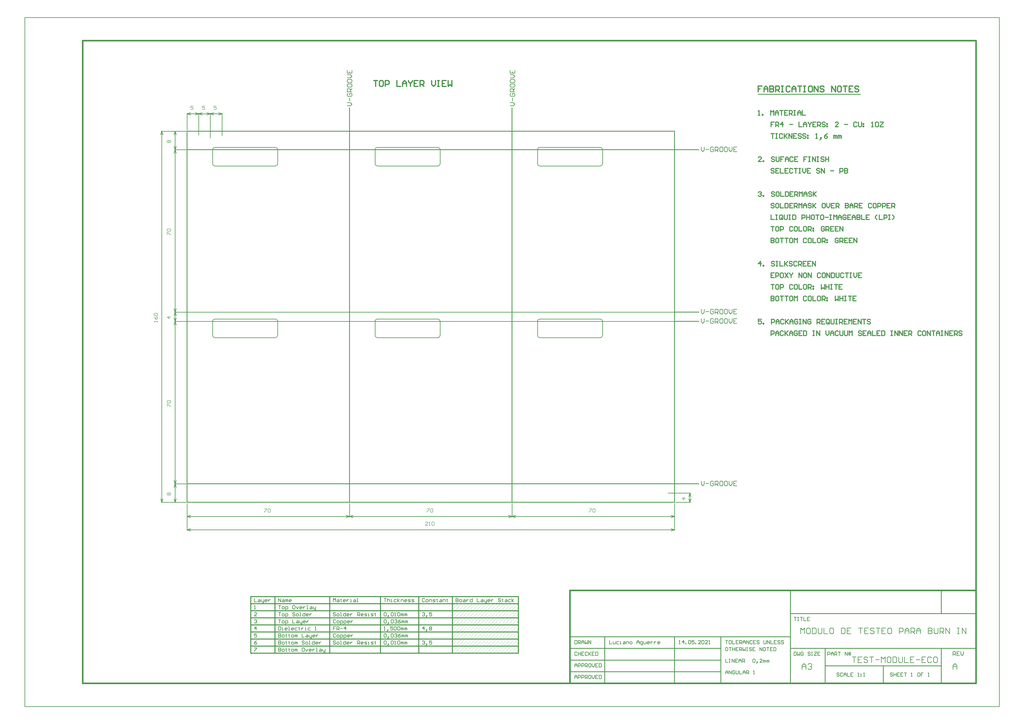
<source format=gm1>
G04 Layer_Color=16711935*
%FSLAX25Y25*%
%MOIN*%
G70*
G01*
G75*
%ADD38C,0.01000*%
%ADD63C,0.01378*%
%ADD64C,0.02756*%
%ADD65C,0.01500*%
%ADD66C,0.00100*%
%ADD67C,0.00600*%
%ADD68C,0.01575*%
%ADD69C,0.01968*%
D38*
X322835Y657480D02*
G03*
X318898Y653543I0J-3937D01*
G01*
Y629921D02*
G03*
X322835Y625984I3937J0D01*
G01*
X429134Y653543D02*
G03*
X425197Y657480I-3937J0D01*
G01*
Y625984D02*
G03*
X429134Y629921I0J3937D01*
G01*
X322835Y948819D02*
G03*
X318898Y944882I0J-3937D01*
G01*
Y921260D02*
G03*
X322835Y917323I3937J0D01*
G01*
X429134Y944882D02*
G03*
X425197Y948819I-3937J0D01*
G01*
Y917323D02*
G03*
X429134Y921260I0J3937D01*
G01*
X598425Y948819D02*
G03*
X594488Y944882I0J-3937D01*
G01*
Y921260D02*
G03*
X598425Y917323I3937J0D01*
G01*
X704724Y944882D02*
G03*
X700787Y948819I-3937J0D01*
G01*
Y917323D02*
G03*
X704724Y921260I0J3937D01*
G01*
X874016Y948819D02*
G03*
X870079Y944882I0J-3937D01*
G01*
Y921260D02*
G03*
X874016Y917323I3937J0D01*
G01*
X980315Y944882D02*
G03*
X976378Y948819I-3937J0D01*
G01*
Y917323D02*
G03*
X980315Y921260I0J3937D01*
G01*
X598425Y657480D02*
G03*
X594488Y653543I0J-3937D01*
G01*
Y629921D02*
G03*
X598425Y625984I3937J0D01*
G01*
X704724Y653543D02*
G03*
X700787Y657480I-3937J0D01*
G01*
Y625984D02*
G03*
X704724Y629921I0J3937D01*
G01*
X874016Y657480D02*
G03*
X870079Y653543I0J-3937D01*
G01*
Y629921D02*
G03*
X874016Y625984I3937J0D01*
G01*
X980315Y653543D02*
G03*
X976378Y657480I-3937J0D01*
G01*
Y625984D02*
G03*
X980315Y629921I0J3937D01*
G01*
X295276Y969504D02*
Y1006835D01*
X275590Y978067D02*
Y1006835D01*
X285433Y1005835D02*
X295276D01*
X275590D02*
X285433D01*
X289276Y1007835D02*
X295276Y1005835D01*
X289276Y1003835D02*
X295276Y1005835D01*
X275590D02*
X281591Y1003835D01*
X275590Y1005835D02*
X281591Y1007835D01*
X314961Y964583D02*
Y1006835D01*
X295276Y969504D02*
Y1006835D01*
X305118Y1005835D02*
X314961D01*
X295276D02*
X305118D01*
X308961Y1007835D02*
X314961Y1005835D01*
X308961Y1003835D02*
X314961Y1005835D01*
X295276D02*
X301276Y1003835D01*
X295276Y1005835D02*
X301276Y1007835D01*
X334646Y968567D02*
Y1006835D01*
X314961Y964583D02*
Y1006835D01*
X324803Y1005835D02*
X334646D01*
X314961D02*
X324803D01*
X328646Y1007835D02*
X334646Y1005835D01*
X328646Y1003835D02*
X334646Y1005835D01*
X314961D02*
X320961Y1003835D01*
X314961Y1005835D02*
X320961Y1007835D01*
X254000Y377953D02*
X273902D01*
X254000Y346457D02*
X273902D01*
X255000Y362205D02*
Y377953D01*
Y346457D02*
Y362205D01*
X253000Y371953D02*
X255000Y377953D01*
X257000Y371953D01*
X255000Y346457D02*
X257000Y352457D01*
X253000D02*
X255000Y346457D01*
X254000Y653543D02*
X274590D01*
X254000Y377953D02*
X273902D01*
X255000Y515748D02*
Y653543D01*
Y377953D02*
Y515748D01*
X253000Y647543D02*
X255000Y653543D01*
X257000Y647543D01*
X255000Y377953D02*
X257000Y383953D01*
X253000D02*
X255000Y377953D01*
X254000Y669291D02*
X274590D01*
X254000Y653543D02*
X274590D01*
X255000Y661417D02*
Y669291D01*
Y653543D02*
Y661417D01*
X253000Y663291D02*
X255000Y669291D01*
X257000Y663291D01*
X255000Y653543D02*
X257000Y659543D01*
X253000D02*
X255000Y653543D01*
X254000Y669291D02*
X274590D01*
X254000Y944882D02*
X273902D01*
X255000Y669291D02*
Y807087D01*
Y944882D01*
Y669291D02*
X257000Y675291D01*
X253000D02*
X255000Y669291D01*
X253000Y938882D02*
X255000Y944882D01*
X257000Y938882D01*
X254000Y976378D02*
X273902D01*
X254000Y944882D02*
X273902D01*
X255000Y960630D02*
Y976378D01*
Y944882D02*
Y960630D01*
X253000Y970378D02*
X255000Y976378D01*
X257000Y970378D01*
X255000Y944882D02*
X257000Y950882D01*
X253000D02*
X255000Y944882D01*
X231500Y976378D02*
X273902D01*
X231500Y346457D02*
X273902D01*
X232500Y661417D02*
Y976378D01*
Y346457D02*
Y661417D01*
X230500Y970378D02*
X232500Y976378D01*
X234500Y970378D01*
X232500Y346457D02*
X234500Y352457D01*
X230500D02*
X232500Y346457D01*
X551181Y321500D02*
Y344768D01*
X275591Y321500D02*
Y344768D01*
X413386Y322500D02*
X551181D01*
X275591D02*
X413386D01*
X545181Y324500D02*
X551181Y322500D01*
X545181Y320500D02*
X551181Y322500D01*
X275591D02*
X281591Y320500D01*
X275591Y322500D02*
X281591Y324500D01*
X826772Y321500D02*
Y344768D01*
X551181Y321500D02*
Y344768D01*
X688976Y322500D02*
X826772D01*
X551181D02*
X688976D01*
X820772Y324500D02*
X826772Y322500D01*
X820772Y320500D02*
X826772Y322500D01*
X551181D02*
X557181Y320500D01*
X551181Y322500D02*
X557181Y324500D01*
X1102362Y321500D02*
Y344768D01*
X826772Y321500D02*
Y344768D01*
X964567Y322500D02*
X1102362D01*
X826772D02*
X964567D01*
X1096362Y324500D02*
X1102362Y322500D01*
X1096362Y320500D02*
X1102362Y322500D01*
X826772D02*
X832772Y320500D01*
X826772Y322500D02*
X832772Y324500D01*
X1102362Y299000D02*
Y344768D01*
X275591Y299000D02*
Y344768D01*
X688976Y300000D02*
X1102362D01*
X275591D02*
X688976D01*
X1096362Y302000D02*
X1102362Y300000D01*
X1096362Y298000D02*
X1102362Y300000D01*
X275591D02*
X281591Y298000D01*
X275591Y300000D02*
X281591Y302000D01*
X1104051Y346457D02*
X1129500D01*
X1091551Y362205D02*
X1129500D01*
X1128500Y346457D02*
Y354331D01*
Y362205D01*
Y346457D02*
X1130500Y352457D01*
X1126500D02*
X1128500Y346457D01*
X1126500Y356205D02*
X1128500Y362205D01*
X1130500Y356205D01*
X0Y0D02*
X1653543D01*
X0D02*
Y1169291D01*
X1653543D01*
Y0D02*
Y1169291D01*
X318898Y629921D02*
Y653543D01*
X429134Y629921D02*
Y653543D01*
X322835Y625984D02*
X425197D01*
X322835Y657480D02*
X425197D01*
X318898Y921260D02*
Y944882D01*
X429134Y921260D02*
Y944882D01*
X322835Y917323D02*
X425197D01*
X322835Y948819D02*
X425197D01*
X594488Y921260D02*
Y944882D01*
X704724Y921260D02*
Y944882D01*
X598425Y917323D02*
X700787D01*
X598425Y948819D02*
X700787D01*
X870079Y921260D02*
Y944882D01*
X980315Y921260D02*
Y944882D01*
X874016Y917323D02*
X976378D01*
X874016Y948819D02*
X976378D01*
X594488Y629921D02*
Y653543D01*
X704724Y629921D02*
Y653543D01*
X598425Y625984D02*
X700787D01*
X598425Y657480D02*
X700787D01*
X870079Y629921D02*
Y653543D01*
X980315Y629921D02*
Y653543D01*
X874016Y625984D02*
X976378D01*
X874016Y657480D02*
X976378D01*
X1188976Y55118D02*
Y59054D01*
X1190944Y61022D01*
X1192912Y59054D01*
Y55118D01*
Y58070D01*
X1188976D01*
X1194880Y55118D02*
Y61022D01*
X1198816Y55118D01*
Y61022D01*
X1204719Y60038D02*
X1203735Y61022D01*
X1201768D01*
X1200784Y60038D01*
Y56102D01*
X1201768Y55118D01*
X1203735D01*
X1204719Y56102D01*
Y58070D01*
X1202751D01*
X1206687Y61022D02*
Y56102D01*
X1207671Y55118D01*
X1209639D01*
X1210623Y56102D01*
Y61022D01*
X1212591D02*
Y55118D01*
X1216527D01*
X1218494D02*
Y59054D01*
X1220462Y61022D01*
X1222430Y59054D01*
Y55118D01*
Y58070D01*
X1218494D01*
X1224398Y55118D02*
Y61022D01*
X1227350D01*
X1228334Y60038D01*
Y58070D01*
X1227350Y57086D01*
X1224398D01*
X1226366D02*
X1228334Y55118D01*
X1236205D02*
X1238173D01*
X1237189D01*
Y61022D01*
X1236205Y60038D01*
X1188976Y80707D02*
Y74803D01*
X1192912D01*
X1194880Y80707D02*
X1196848D01*
X1195864D01*
Y74803D01*
X1194880D01*
X1196848D01*
X1199800D02*
Y80707D01*
X1203735Y74803D01*
Y80707D01*
X1209639D02*
X1205703D01*
Y74803D01*
X1209639D01*
X1205703Y77755D02*
X1207671D01*
X1211607Y74803D02*
Y78739D01*
X1213575Y80707D01*
X1215543Y78739D01*
Y74803D01*
Y77755D01*
X1211607D01*
X1217510Y74803D02*
Y80707D01*
X1220462D01*
X1221446Y79723D01*
Y77755D01*
X1220462Y76771D01*
X1217510D01*
X1219478D02*
X1221446Y74803D01*
X1235221Y79723D02*
X1236205Y80707D01*
X1238173D01*
X1239157Y79723D01*
Y75787D01*
X1238173Y74803D01*
X1236205D01*
X1235221Y75787D01*
Y79723D01*
X1242109Y73819D02*
X1243093Y74803D01*
Y75787D01*
X1242109D01*
Y74803D01*
X1243093D01*
X1242109Y73819D01*
X1241125Y72835D01*
X1250964Y74803D02*
X1247028D01*
X1250964Y78739D01*
Y79723D01*
X1249980Y80707D01*
X1248012D01*
X1247028Y79723D01*
X1252932Y74803D02*
Y78739D01*
X1253916D01*
X1254900Y77755D01*
Y74803D01*
Y77755D01*
X1255884Y78739D01*
X1256868Y77755D01*
Y74803D01*
X1258836D02*
Y78739D01*
X1259820D01*
X1260804Y77755D01*
Y74803D01*
Y77755D01*
X1261787Y78739D01*
X1262771Y77755D01*
Y74803D01*
X1191928Y100392D02*
X1189960D01*
X1188976Y99408D01*
Y95472D01*
X1189960Y94488D01*
X1191928D01*
X1192912Y95472D01*
Y99408D01*
X1191928Y100392D01*
X1194880D02*
X1198816D01*
X1196848D01*
Y94488D01*
X1200784Y100392D02*
Y94488D01*
Y97440D01*
X1204719D01*
Y100392D01*
Y94488D01*
X1210623Y100392D02*
X1206687D01*
Y94488D01*
X1210623D01*
X1206687Y97440D02*
X1208655D01*
X1212591Y94488D02*
Y100392D01*
X1215543D01*
X1216527Y99408D01*
Y97440D01*
X1215543Y96456D01*
X1212591D01*
X1214559D02*
X1216527Y94488D01*
X1218494Y100392D02*
Y94488D01*
X1220462Y96456D01*
X1222430Y94488D01*
Y100392D01*
X1224398D02*
X1226366D01*
X1225382D01*
Y94488D01*
X1224398D01*
X1226366D01*
X1233253Y99408D02*
X1232269Y100392D01*
X1230302D01*
X1229318Y99408D01*
Y98424D01*
X1230302Y97440D01*
X1232269D01*
X1233253Y96456D01*
Y95472D01*
X1232269Y94488D01*
X1230302D01*
X1229318Y95472D01*
X1239157Y100392D02*
X1235221D01*
Y94488D01*
X1239157D01*
X1235221Y97440D02*
X1237189D01*
X1247028Y94488D02*
Y100392D01*
X1250964Y94488D01*
Y100392D01*
X1255884D02*
X1253916D01*
X1252932Y99408D01*
Y95472D01*
X1253916Y94488D01*
X1255884D01*
X1256868Y95472D01*
Y99408D01*
X1255884Y100392D01*
X1258836D02*
X1262771D01*
X1260804D01*
Y94488D01*
X1268675Y100392D02*
X1264739D01*
Y94488D01*
X1268675D01*
X1264739Y97440D02*
X1266707D01*
X1270643Y100392D02*
Y94488D01*
X1273595D01*
X1274579Y95472D01*
Y99408D01*
X1273595Y100392D01*
X1270643D01*
X1188976Y112203D02*
X1192912D01*
X1190944D01*
Y106299D01*
X1197832Y112203D02*
X1195864D01*
X1194880Y111219D01*
Y107283D01*
X1195864Y106299D01*
X1197832D01*
X1198816Y107283D01*
Y111219D01*
X1197832Y112203D01*
X1200784D02*
Y106299D01*
X1204719D01*
X1210623Y112203D02*
X1206687D01*
Y106299D01*
X1210623D01*
X1206687Y109251D02*
X1208655D01*
X1212591Y106299D02*
Y112203D01*
X1215543D01*
X1216527Y111219D01*
Y109251D01*
X1215543Y108267D01*
X1212591D01*
X1214559D02*
X1216527Y106299D01*
X1218494D02*
Y110235D01*
X1220462Y112203D01*
X1222430Y110235D01*
Y106299D01*
Y109251D01*
X1218494D01*
X1224398Y106299D02*
Y112203D01*
X1228334Y106299D01*
Y112203D01*
X1234237Y111219D02*
X1233253Y112203D01*
X1231285D01*
X1230302Y111219D01*
Y107283D01*
X1231285Y106299D01*
X1233253D01*
X1234237Y107283D01*
X1240141Y112203D02*
X1236205D01*
Y106299D01*
X1240141D01*
X1236205Y109251D02*
X1238173D01*
X1246045Y111219D02*
X1245061Y112203D01*
X1243093D01*
X1242109Y111219D01*
Y110235D01*
X1243093Y109251D01*
X1245061D01*
X1246045Y108267D01*
Y107283D01*
X1245061Y106299D01*
X1243093D01*
X1242109Y107283D01*
X1253916Y112203D02*
Y107283D01*
X1254900Y106299D01*
X1256868D01*
X1257852Y107283D01*
Y112203D01*
X1259820Y106299D02*
Y112203D01*
X1263755Y106299D01*
Y112203D01*
X1265723D02*
Y106299D01*
X1269659D01*
X1275562Y112203D02*
X1271627D01*
Y106299D01*
X1275562D01*
X1271627Y109251D02*
X1273595D01*
X1281466Y111219D02*
X1280482Y112203D01*
X1278514D01*
X1277530Y111219D01*
Y110235D01*
X1278514Y109251D01*
X1280482D01*
X1281466Y108267D01*
Y107283D01*
X1280482Y106299D01*
X1278514D01*
X1277530Y107283D01*
X1287370Y111219D02*
X1286386Y112203D01*
X1284418D01*
X1283434Y111219D01*
Y110235D01*
X1284418Y109251D01*
X1286386D01*
X1287370Y108267D01*
Y107283D01*
X1286386Y106299D01*
X1284418D01*
X1283434Y107283D01*
X1110236Y106299D02*
X1112204D01*
X1111220D01*
Y112203D01*
X1110236Y111219D01*
X1118108Y106299D02*
Y112203D01*
X1115156Y109251D01*
X1119092D01*
X1121060Y106299D02*
Y107283D01*
X1122043D01*
Y106299D01*
X1121060D01*
X1125979Y111219D02*
X1126963Y112203D01*
X1128931D01*
X1129915Y111219D01*
Y107283D01*
X1128931Y106299D01*
X1126963D01*
X1125979Y107283D01*
Y111219D01*
X1135818Y112203D02*
X1131883D01*
Y109251D01*
X1133851Y110235D01*
X1134835D01*
X1135818Y109251D01*
Y107283D01*
X1134835Y106299D01*
X1132867D01*
X1131883Y107283D01*
X1137786Y106299D02*
Y107283D01*
X1138770D01*
Y106299D01*
X1137786D01*
X1146642D02*
X1142706D01*
X1146642Y110235D01*
Y111219D01*
X1145658Y112203D01*
X1143690D01*
X1142706Y111219D01*
X1148610D02*
X1149594Y112203D01*
X1151561D01*
X1152545Y111219D01*
Y107283D01*
X1151561Y106299D01*
X1149594D01*
X1148610Y107283D01*
Y111219D01*
X1158449Y106299D02*
X1154513D01*
X1158449Y110235D01*
Y111219D01*
X1157465Y112203D01*
X1155497D01*
X1154513Y111219D01*
X1160417Y106299D02*
X1162385D01*
X1161401D01*
Y112203D01*
X1160417Y111219D01*
X992126Y112203D02*
Y106299D01*
X996062D01*
X998030Y110235D02*
Y107283D01*
X999014Y106299D01*
X1001965D01*
Y110235D01*
X1007869D02*
X1004917D01*
X1003933Y109251D01*
Y107283D01*
X1004917Y106299D01*
X1007869D01*
X1009837D02*
X1011805D01*
X1010821D01*
Y110235D01*
X1009837D01*
X1015740D02*
X1017708D01*
X1018692Y109251D01*
Y106299D01*
X1015740D01*
X1014756Y107283D01*
X1015740Y108267D01*
X1018692D01*
X1020660Y106299D02*
Y110235D01*
X1023612D01*
X1024596Y109251D01*
Y106299D01*
X1027548D02*
X1029515D01*
X1030499Y107283D01*
Y109251D01*
X1029515Y110235D01*
X1027548D01*
X1026564Y109251D01*
Y107283D01*
X1027548Y106299D01*
X1038371D02*
Y110235D01*
X1040339Y112203D01*
X1042307Y110235D01*
Y106299D01*
Y109251D01*
X1038371D01*
X1046242Y104331D02*
X1047226D01*
X1048210Y105315D01*
Y110235D01*
X1045258D01*
X1044275Y109251D01*
Y107283D01*
X1045258Y106299D01*
X1048210D01*
X1050178Y110235D02*
Y107283D01*
X1051162Y106299D01*
X1054114D01*
Y110235D01*
X1059033Y106299D02*
X1057066D01*
X1056082Y107283D01*
Y109251D01*
X1057066Y110235D01*
X1059033D01*
X1060017Y109251D01*
Y108267D01*
X1056082D01*
X1061985Y110235D02*
Y106299D01*
Y108267D01*
X1062969Y109251D01*
X1063953Y110235D01*
X1064937D01*
X1067889D02*
Y106299D01*
Y108267D01*
X1068873Y109251D01*
X1069857Y110235D01*
X1070841D01*
X1076744Y106299D02*
X1074776D01*
X1073792Y107283D01*
Y109251D01*
X1074776Y110235D01*
X1076744D01*
X1077728Y109251D01*
Y108267D01*
X1073792D01*
X933071Y112203D02*
Y106299D01*
X936023D01*
X937007Y107283D01*
Y111219D01*
X936023Y112203D01*
X933071D01*
X938974Y106299D02*
Y112203D01*
X941926D01*
X942910Y111219D01*
Y109251D01*
X941926Y108267D01*
X938974D01*
X940942D02*
X942910Y106299D01*
X944878D02*
Y110235D01*
X946846Y112203D01*
X948814Y110235D01*
Y106299D01*
Y109251D01*
X944878D01*
X950782Y112203D02*
Y106299D01*
X952750Y108267D01*
X954717Y106299D01*
Y112203D01*
X956685Y106299D02*
Y112203D01*
X960621Y106299D01*
Y112203D01*
X937007Y91534D02*
X936023Y92518D01*
X934055D01*
X933071Y91534D01*
Y87598D01*
X934055Y86614D01*
X936023D01*
X937007Y87598D01*
X938974Y92518D02*
Y86614D01*
Y89566D01*
X942910D01*
Y92518D01*
Y86614D01*
X948814Y92518D02*
X944878D01*
Y86614D01*
X948814D01*
X944878Y89566D02*
X946846D01*
X954717Y91534D02*
X953734Y92518D01*
X951766D01*
X950782Y91534D01*
Y87598D01*
X951766Y86614D01*
X953734D01*
X954717Y87598D01*
X956685Y92518D02*
Y86614D01*
Y88582D01*
X960621Y92518D01*
X957669Y89566D01*
X960621Y86614D01*
X966525Y92518D02*
X962589D01*
Y86614D01*
X966525D01*
X962589Y89566D02*
X964557D01*
X968493Y92518D02*
Y86614D01*
X971444D01*
X972428Y87598D01*
Y91534D01*
X971444Y92518D01*
X968493D01*
X933071Y66929D02*
Y70865D01*
X935039Y72833D01*
X937007Y70865D01*
Y66929D01*
Y69881D01*
X933071D01*
X938974Y66929D02*
Y72833D01*
X941926D01*
X942910Y71849D01*
Y69881D01*
X941926Y68897D01*
X938974D01*
X944878Y66929D02*
Y72833D01*
X947830D01*
X948814Y71849D01*
Y69881D01*
X947830Y68897D01*
X944878D01*
X950782Y66929D02*
Y72833D01*
X953734D01*
X954717Y71849D01*
Y69881D01*
X953734Y68897D01*
X950782D01*
X952750D02*
X954717Y66929D01*
X959637Y72833D02*
X957669D01*
X956685Y71849D01*
Y67913D01*
X957669Y66929D01*
X959637D01*
X960621Y67913D01*
Y71849D01*
X959637Y72833D01*
X962589D02*
Y68897D01*
X964557Y66929D01*
X966525Y68897D01*
Y72833D01*
X972428D02*
X968493D01*
Y66929D01*
X972428D01*
X968493Y69881D02*
X970460D01*
X974396Y72833D02*
Y66929D01*
X977348D01*
X978332Y67913D01*
Y71849D01*
X977348Y72833D01*
X974396D01*
X933071Y47244D02*
Y51180D01*
X935039Y53148D01*
X937007Y51180D01*
Y47244D01*
Y50196D01*
X933071D01*
X938974Y47244D02*
Y53148D01*
X941926D01*
X942910Y52164D01*
Y50196D01*
X941926Y49212D01*
X938974D01*
X944878Y47244D02*
Y53148D01*
X947830D01*
X948814Y52164D01*
Y50196D01*
X947830Y49212D01*
X944878D01*
X950782Y47244D02*
Y53148D01*
X953734D01*
X954717Y52164D01*
Y50196D01*
X953734Y49212D01*
X950782D01*
X952750D02*
X954717Y47244D01*
X959637Y53148D02*
X957669D01*
X956685Y52164D01*
Y48228D01*
X957669Y47244D01*
X959637D01*
X960621Y48228D01*
Y52164D01*
X959637Y53148D01*
X962589D02*
Y49212D01*
X964557Y47244D01*
X966525Y49212D01*
Y53148D01*
X972428D02*
X968493D01*
Y47244D01*
X972428D01*
X968493Y50196D02*
X970460D01*
X974396Y53148D02*
Y47244D01*
X977348D01*
X978332Y48228D01*
Y52164D01*
X977348Y53148D01*
X974396D01*
X1316500Y123500D02*
Y133339D01*
X1319780Y130060D01*
X1323060Y133339D01*
Y123500D01*
X1331259Y133339D02*
X1327979D01*
X1326339Y131700D01*
Y125140D01*
X1327979Y123500D01*
X1331259D01*
X1332899Y125140D01*
Y131700D01*
X1331259Y133339D01*
X1336179D02*
Y123500D01*
X1341098D01*
X1342738Y125140D01*
Y131700D01*
X1341098Y133339D01*
X1336179D01*
X1346018D02*
Y125140D01*
X1347658Y123500D01*
X1350938D01*
X1352578Y125140D01*
Y133339D01*
X1355857D02*
Y123500D01*
X1362417D01*
X1370616Y133339D02*
X1367337D01*
X1365697Y131700D01*
Y125140D01*
X1367337Y123500D01*
X1370616D01*
X1372256Y125140D01*
Y131700D01*
X1370616Y133339D01*
X1385375D02*
Y123500D01*
X1390295D01*
X1391935Y125140D01*
Y131700D01*
X1390295Y133339D01*
X1385375D01*
X1401774D02*
X1395215D01*
Y123500D01*
X1401774D01*
X1395215Y128420D02*
X1398495D01*
X1414893Y133339D02*
X1421453D01*
X1418173D01*
Y123500D01*
X1431292Y133339D02*
X1424733D01*
Y123500D01*
X1431292D01*
X1424733Y128420D02*
X1428012D01*
X1441132Y131700D02*
X1439492Y133339D01*
X1436212D01*
X1434572Y131700D01*
Y130060D01*
X1436212Y128420D01*
X1439492D01*
X1441132Y126780D01*
Y125140D01*
X1439492Y123500D01*
X1436212D01*
X1434572Y125140D01*
X1444411Y133339D02*
X1450971D01*
X1447691D01*
Y123500D01*
X1460810Y133339D02*
X1454251D01*
Y123500D01*
X1460810D01*
X1454251Y128420D02*
X1457530D01*
X1469010Y133339D02*
X1465730D01*
X1464090Y131700D01*
Y125140D01*
X1465730Y123500D01*
X1469010D01*
X1470650Y125140D01*
Y131700D01*
X1469010Y133339D01*
X1483769Y123500D02*
Y133339D01*
X1488688D01*
X1490328Y131700D01*
Y128420D01*
X1488688Y126780D01*
X1483769D01*
X1493608Y123500D02*
Y130060D01*
X1496888Y133339D01*
X1500168Y130060D01*
Y123500D01*
Y128420D01*
X1493608D01*
X1503448Y123500D02*
Y133339D01*
X1508367D01*
X1510007Y131700D01*
Y128420D01*
X1508367Y126780D01*
X1503448D01*
X1506727D02*
X1510007Y123500D01*
X1513287D02*
Y130060D01*
X1516567Y133339D01*
X1519846Y130060D01*
Y123500D01*
Y128420D01*
X1513287D01*
X1532965Y133339D02*
Y123500D01*
X1537885D01*
X1539525Y125140D01*
Y126780D01*
X1537885Y128420D01*
X1532965D01*
X1537885D01*
X1539525Y130060D01*
Y131700D01*
X1537885Y133339D01*
X1532965D01*
X1542805D02*
Y125140D01*
X1544445Y123500D01*
X1547725D01*
X1549364Y125140D01*
Y133339D01*
X1552644Y123500D02*
Y133339D01*
X1557564D01*
X1559204Y131700D01*
Y128420D01*
X1557564Y126780D01*
X1552644D01*
X1555924D02*
X1559204Y123500D01*
X1562484D02*
Y133339D01*
X1569043Y123500D01*
Y133339D01*
X1582162D02*
X1585442D01*
X1583802D01*
Y123500D01*
X1582162D01*
X1585442D01*
X1590362D02*
Y133339D01*
X1596921Y123500D01*
Y133339D01*
X1305118Y151573D02*
X1309054D01*
X1307086D01*
Y145669D01*
X1311022Y151573D02*
X1312990D01*
X1312006D01*
Y145669D01*
X1311022D01*
X1312990D01*
X1315941Y151573D02*
X1319877D01*
X1317909D01*
Y145669D01*
X1321845Y151573D02*
Y145669D01*
X1325781D01*
X1331684Y151573D02*
X1327749D01*
Y145669D01*
X1331684D01*
X1327749Y148621D02*
X1329716D01*
X1318898Y62992D02*
Y69552D01*
X1322177Y72831D01*
X1325457Y69552D01*
Y62992D01*
Y67912D01*
X1318898D01*
X1328737Y71192D02*
X1330377Y72831D01*
X1333657D01*
X1335297Y71192D01*
Y69552D01*
X1333657Y67912D01*
X1332017D01*
X1333657D01*
X1335297Y66272D01*
Y64632D01*
X1333657Y62992D01*
X1330377D01*
X1328737Y64632D01*
X1305118Y92518D02*
Y86614D01*
X1308070D01*
X1309054Y87598D01*
Y91534D01*
X1308070Y92518D01*
X1305118D01*
X1311022D02*
Y86614D01*
X1312990Y88582D01*
X1314957Y86614D01*
Y92518D01*
X1320861Y91534D02*
X1319877Y92518D01*
X1317909D01*
X1316925Y91534D01*
Y87598D01*
X1317909Y86614D01*
X1319877D01*
X1320861Y87598D01*
Y89566D01*
X1318893D01*
X1332668Y91534D02*
X1331684Y92518D01*
X1329716D01*
X1328732Y91534D01*
Y90550D01*
X1329716Y89566D01*
X1331684D01*
X1332668Y88582D01*
Y87598D01*
X1331684Y86614D01*
X1329716D01*
X1328732Y87598D01*
X1334636Y92518D02*
X1336604D01*
X1335620D01*
Y86614D01*
X1334636D01*
X1336604D01*
X1339556Y92518D02*
X1343491D01*
Y91534D01*
X1339556Y87598D01*
Y86614D01*
X1343491D01*
X1349395Y92518D02*
X1345459D01*
Y86614D01*
X1349395D01*
X1345459Y89566D02*
X1347427D01*
X1574803Y62992D02*
Y69552D01*
X1578083Y72831D01*
X1581363Y69552D01*
Y62992D01*
Y67912D01*
X1574803D01*
X1472440Y56101D02*
X1471456Y57085D01*
X1469488D01*
X1468504Y56101D01*
Y55117D01*
X1469488Y54133D01*
X1471456D01*
X1472440Y53149D01*
Y52165D01*
X1471456Y51181D01*
X1469488D01*
X1468504Y52165D01*
X1474407Y57085D02*
Y51181D01*
Y54133D01*
X1478343D01*
Y57085D01*
Y51181D01*
X1484247Y57085D02*
X1480311D01*
Y51181D01*
X1484247D01*
X1480311Y54133D02*
X1482279D01*
X1490151Y57085D02*
X1486215D01*
Y51181D01*
X1490151D01*
X1486215Y54133D02*
X1488183D01*
X1492118Y57085D02*
X1496054D01*
X1494086D01*
Y51181D01*
X1503926D02*
X1505893D01*
X1504910D01*
Y57085D01*
X1503926Y56101D01*
X1517701Y57085D02*
X1515733D01*
X1514749Y56101D01*
Y52165D01*
X1515733Y51181D01*
X1517701D01*
X1518684Y52165D01*
Y56101D01*
X1517701Y57085D01*
X1524588D02*
X1520652D01*
Y54133D01*
X1522620D01*
X1520652D01*
Y51181D01*
X1532460D02*
X1534428D01*
X1533444D01*
Y57085D01*
X1532460Y56101D01*
X1381888D02*
X1380905Y57085D01*
X1378937D01*
X1377953Y56101D01*
Y55117D01*
X1378937Y54133D01*
X1380905D01*
X1381888Y53149D01*
Y52165D01*
X1380905Y51181D01*
X1378937D01*
X1377953Y52165D01*
X1387792Y56101D02*
X1386808Y57085D01*
X1384840D01*
X1383856Y56101D01*
Y52165D01*
X1384840Y51181D01*
X1386808D01*
X1387792Y52165D01*
X1389760Y51181D02*
Y55117D01*
X1391728Y57085D01*
X1393696Y55117D01*
Y51181D01*
Y54133D01*
X1389760D01*
X1395664Y57085D02*
Y51181D01*
X1399599D01*
X1405503Y57085D02*
X1401567D01*
Y51181D01*
X1405503D01*
X1401567Y54133D02*
X1403535D01*
X1413374Y51181D02*
X1415342D01*
X1414358D01*
Y57085D01*
X1413374Y56101D01*
X1418294Y55117D02*
X1419278D01*
Y54133D01*
X1418294D01*
Y55117D01*
Y52165D02*
X1419278D01*
Y51181D01*
X1418294D01*
Y52165D01*
X1423214Y51181D02*
X1425182D01*
X1424198D01*
Y57085D01*
X1423214Y56101D01*
X1404000Y84339D02*
X1410560D01*
X1407280D01*
Y74500D01*
X1420399Y84339D02*
X1413839D01*
Y74500D01*
X1420399D01*
X1413839Y79420D02*
X1417119D01*
X1430238Y82700D02*
X1428598Y84339D01*
X1425319D01*
X1423679Y82700D01*
Y81060D01*
X1425319Y79420D01*
X1428598D01*
X1430238Y77780D01*
Y76140D01*
X1428598Y74500D01*
X1425319D01*
X1423679Y76140D01*
X1433518Y84339D02*
X1440078D01*
X1436798D01*
Y74500D01*
X1443357Y79420D02*
X1449917D01*
X1453197Y74500D02*
Y84339D01*
X1456476Y81060D01*
X1459756Y84339D01*
Y74500D01*
X1467956Y84339D02*
X1464676D01*
X1463036Y82700D01*
Y76140D01*
X1464676Y74500D01*
X1467956D01*
X1469596Y76140D01*
Y82700D01*
X1467956Y84339D01*
X1472875D02*
Y74500D01*
X1477795D01*
X1479435Y76140D01*
Y82700D01*
X1477795Y84339D01*
X1472875D01*
X1482715D02*
Y76140D01*
X1484355Y74500D01*
X1487634D01*
X1489274Y76140D01*
Y84339D01*
X1492554D02*
Y74500D01*
X1499114D01*
X1508953Y84339D02*
X1502393D01*
Y74500D01*
X1508953D01*
X1502393Y79420D02*
X1505673D01*
X1512233D02*
X1518792D01*
X1528632Y84339D02*
X1522072D01*
Y74500D01*
X1528632D01*
X1522072Y79420D02*
X1525352D01*
X1538471Y82700D02*
X1536831Y84339D01*
X1533551D01*
X1531911Y82700D01*
Y76140D01*
X1533551Y74500D01*
X1536831D01*
X1538471Y76140D01*
X1546670Y84339D02*
X1543391D01*
X1541751Y82700D01*
Y76140D01*
X1543391Y74500D01*
X1546670D01*
X1548310Y76140D01*
Y82700D01*
X1546670Y84339D01*
X1362205Y86614D02*
Y92518D01*
X1365156D01*
X1366140Y91534D01*
Y89566D01*
X1365156Y88582D01*
X1362205D01*
X1368108Y86614D02*
Y90550D01*
X1370076Y92518D01*
X1372044Y90550D01*
Y86614D01*
Y89566D01*
X1368108D01*
X1374012Y86614D02*
Y92518D01*
X1376964D01*
X1377948Y91534D01*
Y89566D01*
X1376964Y88582D01*
X1374012D01*
X1375980D02*
X1377948Y86614D01*
X1379916Y92518D02*
X1383851D01*
X1381883D01*
Y86614D01*
X1391723D02*
Y92518D01*
X1395658Y86614D01*
Y92518D01*
X1398610Y86614D02*
Y92518D01*
X1400578D02*
Y86614D01*
X1397626Y90550D02*
X1400578D01*
X1401562D01*
X1397626Y88582D02*
X1401562D01*
X1574803Y86614D02*
Y93305D01*
X1578148D01*
X1579264Y92190D01*
Y89960D01*
X1578148Y88844D01*
X1574803D01*
X1577033D02*
X1579264Y86614D01*
X1585954Y93305D02*
X1581494D01*
Y86614D01*
X1585954D01*
X1581494Y89960D02*
X1583724D01*
X1588185Y93305D02*
Y88844D01*
X1590415Y86614D01*
X1592645Y88844D01*
Y93305D01*
X547247Y1019685D02*
X552494D01*
X555118Y1022309D01*
X552494Y1024933D01*
X547247D01*
X551182Y1027557D02*
Y1032804D01*
X548559Y1040676D02*
X547247Y1039364D01*
Y1036740D01*
X548559Y1035428D01*
X553806D01*
X555118Y1036740D01*
Y1039364D01*
X553806Y1040676D01*
X551182D01*
Y1038052D01*
X555118Y1043299D02*
X547247D01*
Y1047235D01*
X548559Y1048547D01*
X551182D01*
X552494Y1047235D01*
Y1043299D01*
Y1045923D02*
X555118Y1048547D01*
X547247Y1055107D02*
Y1052483D01*
X548559Y1051171D01*
X553806D01*
X555118Y1052483D01*
Y1055107D01*
X553806Y1056419D01*
X548559D01*
X547247Y1055107D01*
Y1062978D02*
Y1060354D01*
X548559Y1059042D01*
X553806D01*
X555118Y1060354D01*
Y1062978D01*
X553806Y1064290D01*
X548559D01*
X547247Y1062978D01*
Y1066914D02*
X552494D01*
X555118Y1069538D01*
X552494Y1072162D01*
X547247D01*
Y1080033D02*
Y1074785D01*
X555118D01*
Y1080033D01*
X551182Y1074785D02*
Y1077409D01*
X823447Y1019685D02*
X828694D01*
X831318Y1022309D01*
X828694Y1024933D01*
X823447D01*
X827382Y1027557D02*
Y1032804D01*
X824759Y1040676D02*
X823447Y1039364D01*
Y1036740D01*
X824759Y1035428D01*
X830006D01*
X831318Y1036740D01*
Y1039364D01*
X830006Y1040676D01*
X827382D01*
Y1038052D01*
X831318Y1043299D02*
X823447D01*
Y1047235D01*
X824759Y1048547D01*
X827382D01*
X828694Y1047235D01*
Y1043299D01*
Y1045923D02*
X831318Y1048547D01*
X823447Y1055107D02*
Y1052483D01*
X824759Y1051171D01*
X830006D01*
X831318Y1052483D01*
Y1055107D01*
X830006Y1056419D01*
X824759D01*
X823447Y1055107D01*
Y1062978D02*
Y1060354D01*
X824759Y1059042D01*
X830006D01*
X831318Y1060354D01*
Y1062978D01*
X830006Y1064290D01*
X824759D01*
X823447Y1062978D01*
Y1066914D02*
X828694D01*
X831318Y1069538D01*
X828694Y1072162D01*
X823447D01*
Y1080033D02*
Y1074785D01*
X831318D01*
Y1080033D01*
X827382Y1074785D02*
Y1077409D01*
X1147638Y949526D02*
Y944278D01*
X1150262Y941654D01*
X1152885Y944278D01*
Y949526D01*
X1155509Y945590D02*
X1160757D01*
X1168628Y948214D02*
X1167317Y949526D01*
X1164693D01*
X1163381Y948214D01*
Y942966D01*
X1164693Y941654D01*
X1167317D01*
X1168628Y942966D01*
Y945590D01*
X1166005D01*
X1171252Y941654D02*
Y949526D01*
X1175188D01*
X1176500Y948214D01*
Y945590D01*
X1175188Y944278D01*
X1171252D01*
X1173876D02*
X1176500Y941654D01*
X1183059Y949526D02*
X1180436D01*
X1179124Y948214D01*
Y942966D01*
X1180436Y941654D01*
X1183059D01*
X1184371Y942966D01*
Y948214D01*
X1183059Y949526D01*
X1190931D02*
X1188307D01*
X1186995Y948214D01*
Y942966D01*
X1188307Y941654D01*
X1190931D01*
X1192243Y942966D01*
Y948214D01*
X1190931Y949526D01*
X1194867D02*
Y944278D01*
X1197491Y941654D01*
X1200114Y944278D01*
Y949526D01*
X1207986D02*
X1202738D01*
Y941654D01*
X1207986D01*
X1202738Y945590D02*
X1205362D01*
X1147638Y674144D02*
Y668896D01*
X1150262Y666272D01*
X1152885Y668896D01*
Y674144D01*
X1155509Y670208D02*
X1160757D01*
X1168628Y672832D02*
X1167317Y674144D01*
X1164693D01*
X1163381Y672832D01*
Y667584D01*
X1164693Y666272D01*
X1167317D01*
X1168628Y667584D01*
Y670208D01*
X1166005D01*
X1171252Y666272D02*
Y674144D01*
X1175188D01*
X1176500Y672832D01*
Y670208D01*
X1175188Y668896D01*
X1171252D01*
X1173876D02*
X1176500Y666272D01*
X1183060Y674144D02*
X1180436D01*
X1179124Y672832D01*
Y667584D01*
X1180436Y666272D01*
X1183060D01*
X1184371Y667584D01*
Y672832D01*
X1183060Y674144D01*
X1190931D02*
X1188307D01*
X1186995Y672832D01*
Y667584D01*
X1188307Y666272D01*
X1190931D01*
X1192243Y667584D01*
Y672832D01*
X1190931Y674144D01*
X1194867D02*
Y668896D01*
X1197491Y666272D01*
X1200114Y668896D01*
Y674144D01*
X1207986D02*
X1202738D01*
Y666272D01*
X1207986D01*
X1202738Y670208D02*
X1205362D01*
X1147638Y658144D02*
Y652896D01*
X1150262Y650272D01*
X1152885Y652896D01*
Y658144D01*
X1155509Y654208D02*
X1160757D01*
X1168628Y656832D02*
X1167317Y658144D01*
X1164693D01*
X1163381Y656832D01*
Y651584D01*
X1164693Y650272D01*
X1167317D01*
X1168628Y651584D01*
Y654208D01*
X1166005D01*
X1171252Y650272D02*
Y658144D01*
X1175188D01*
X1176500Y656832D01*
Y654208D01*
X1175188Y652896D01*
X1171252D01*
X1173876D02*
X1176500Y650272D01*
X1183060Y658144D02*
X1180436D01*
X1179124Y656832D01*
Y651584D01*
X1180436Y650272D01*
X1183060D01*
X1184371Y651584D01*
Y656832D01*
X1183060Y658144D01*
X1190931D02*
X1188307D01*
X1186995Y656832D01*
Y651584D01*
X1188307Y650272D01*
X1190931D01*
X1192243Y651584D01*
Y656832D01*
X1190931Y658144D01*
X1194867D02*
Y652896D01*
X1197491Y650272D01*
X1200114Y652896D01*
Y658144D01*
X1207986D02*
X1202738D01*
Y650272D01*
X1207986D01*
X1202738Y654208D02*
X1205362D01*
X1147638Y382597D02*
Y377349D01*
X1150262Y374725D01*
X1152885Y377349D01*
Y382597D01*
X1155509Y378661D02*
X1160757D01*
X1168628Y381285D02*
X1167317Y382597D01*
X1164693D01*
X1163381Y381285D01*
Y376037D01*
X1164693Y374725D01*
X1167317D01*
X1168628Y376037D01*
Y378661D01*
X1166005D01*
X1171252Y374725D02*
Y382597D01*
X1175188D01*
X1176500Y381285D01*
Y378661D01*
X1175188Y377349D01*
X1171252D01*
X1173876D02*
X1176500Y374725D01*
X1183060Y382597D02*
X1180436D01*
X1179124Y381285D01*
Y376037D01*
X1180436Y374725D01*
X1183060D01*
X1184371Y376037D01*
Y381285D01*
X1183060Y382597D01*
X1190931D02*
X1188307D01*
X1186995Y381285D01*
Y376037D01*
X1188307Y374725D01*
X1190931D01*
X1192243Y376037D01*
Y381285D01*
X1190931Y382597D01*
X1194867D02*
Y377349D01*
X1197491Y374725D01*
X1200114Y377349D01*
Y382597D01*
X1207986D02*
X1202738D01*
Y374725D01*
X1207986D01*
X1202738Y378661D02*
X1205362D01*
X389500Y183498D02*
Y177500D01*
X393499D01*
X396498Y181499D02*
X398497D01*
X399497Y180499D01*
Y177500D01*
X396498D01*
X395498Y178500D01*
X396498Y179499D01*
X399497D01*
X401496Y181499D02*
Y178500D01*
X402496Y177500D01*
X405495D01*
Y176500D01*
X404495Y175501D01*
X403496D01*
X405495Y177500D02*
Y181499D01*
X410493Y177500D02*
X408494D01*
X407494Y178500D01*
Y180499D01*
X408494Y181499D01*
X410493D01*
X411493Y180499D01*
Y179499D01*
X407494D01*
X413492Y181499D02*
Y177500D01*
Y179499D01*
X414492Y180499D01*
X415492Y181499D01*
X416491D01*
X389500Y99498D02*
X393499D01*
Y98498D01*
X389500Y94500D01*
Y93500D01*
X393499Y111498D02*
X391499Y110498D01*
X389500Y108499D01*
Y106500D01*
X390500Y105500D01*
X392499D01*
X393499Y106500D01*
Y107499D01*
X392499Y108499D01*
X389500D01*
X393499Y123498D02*
X389500D01*
Y120499D01*
X391499Y121499D01*
X392499D01*
X393499Y120499D01*
Y118500D01*
X392499Y117500D01*
X390500D01*
X389500Y118500D01*
X392499Y129500D02*
Y135498D01*
X389500Y132499D01*
X393499D01*
X389500Y146498D02*
X390500Y147498D01*
X392499D01*
X393499Y146498D01*
Y145499D01*
X392499Y144499D01*
X391499D01*
X392499D01*
X393499Y143499D01*
Y142500D01*
X392499Y141500D01*
X390500D01*
X389500Y142500D01*
X393499Y153500D02*
X389500D01*
X393499Y157499D01*
Y158498D01*
X392499Y159498D01*
X390500D01*
X389500Y158498D01*
Y165500D02*
X391499D01*
X390500D01*
Y171498D01*
X389500Y170498D01*
X430491Y177500D02*
Y183498D01*
X434490Y177500D01*
Y183498D01*
X437489Y181499D02*
X439488D01*
X440488Y180499D01*
Y177500D01*
X437489D01*
X436489Y178500D01*
X437489Y179499D01*
X440488D01*
X442487Y177500D02*
Y181499D01*
X443487D01*
X444487Y180499D01*
Y177500D01*
Y180499D01*
X445486Y181499D01*
X446486Y180499D01*
Y177500D01*
X451484D02*
X449485D01*
X448486Y178500D01*
Y180499D01*
X449485Y181499D01*
X451484D01*
X452484Y180499D01*
Y179499D01*
X448486D01*
X430491Y99498D02*
Y93500D01*
X433490D01*
X434490Y94500D01*
Y95499D01*
X433490Y96499D01*
X430491D01*
X433490D01*
X434490Y97499D01*
Y98498D01*
X433490Y99498D01*
X430491D01*
X437489Y93500D02*
X439488D01*
X440488Y94500D01*
Y96499D01*
X439488Y97499D01*
X437489D01*
X436489Y96499D01*
Y94500D01*
X437489Y93500D01*
X443487Y98498D02*
Y97499D01*
X442487D01*
X444487D01*
X443487D01*
Y94500D01*
X444487Y93500D01*
X448486Y98498D02*
Y97499D01*
X447486D01*
X449485D01*
X448486D01*
Y94500D01*
X449485Y93500D01*
X453484D02*
X455483D01*
X456483Y94500D01*
Y96499D01*
X455483Y97499D01*
X453484D01*
X452484Y96499D01*
Y94500D01*
X453484Y93500D01*
X458482D02*
Y97499D01*
X459482D01*
X460482Y96499D01*
Y93500D01*
Y96499D01*
X461481Y97499D01*
X462481Y96499D01*
Y93500D01*
X473477Y99498D02*
X471478D01*
X470478Y98498D01*
Y94500D01*
X471478Y93500D01*
X473477D01*
X474477Y94500D01*
Y98498D01*
X473477Y99498D01*
X476476Y97499D02*
X478476Y93500D01*
X480475Y97499D01*
X485473Y93500D02*
X483474D01*
X482474Y94500D01*
Y96499D01*
X483474Y97499D01*
X485473D01*
X486473Y96499D01*
Y95499D01*
X482474D01*
X488473Y97499D02*
Y93500D01*
Y95499D01*
X489472Y96499D01*
X490472Y97499D01*
X491471D01*
X494471Y93500D02*
X496470D01*
X495470D01*
Y99498D01*
X494471D01*
X500469Y97499D02*
X502468D01*
X503468Y96499D01*
Y93500D01*
X500469D01*
X499469Y94500D01*
X500469Y95499D01*
X503468D01*
X505467Y97499D02*
Y94500D01*
X506467Y93500D01*
X509466D01*
Y92500D01*
X508466Y91501D01*
X507466D01*
X509466Y93500D02*
Y97499D01*
X430491Y111498D02*
Y105500D01*
X433490D01*
X434490Y106500D01*
Y107499D01*
X433490Y108499D01*
X430491D01*
X433490D01*
X434490Y109499D01*
Y110498D01*
X433490Y111498D01*
X430491D01*
X437489Y105500D02*
X439488D01*
X440488Y106500D01*
Y108499D01*
X439488Y109499D01*
X437489D01*
X436489Y108499D01*
Y106500D01*
X437489Y105500D01*
X443487Y110498D02*
Y109499D01*
X442487D01*
X444487D01*
X443487D01*
Y106500D01*
X444487Y105500D01*
X448486Y110498D02*
Y109499D01*
X447486D01*
X449485D01*
X448486D01*
Y106500D01*
X449485Y105500D01*
X453484D02*
X455483D01*
X456483Y106500D01*
Y108499D01*
X455483Y109499D01*
X453484D01*
X452484Y108499D01*
Y106500D01*
X453484Y105500D01*
X458482D02*
Y109499D01*
X459482D01*
X460482Y108499D01*
Y105500D01*
Y108499D01*
X461481Y109499D01*
X462481Y108499D01*
Y105500D01*
X474477Y110498D02*
X473477Y111498D01*
X471478D01*
X470478Y110498D01*
Y109499D01*
X471478Y108499D01*
X473477D01*
X474477Y107499D01*
Y106500D01*
X473477Y105500D01*
X471478D01*
X470478Y106500D01*
X477476Y105500D02*
X479475D01*
X480475Y106500D01*
Y108499D01*
X479475Y109499D01*
X477476D01*
X476476Y108499D01*
Y106500D01*
X477476Y105500D01*
X482474D02*
X484474D01*
X483474D01*
Y111498D01*
X482474D01*
X491471D02*
Y105500D01*
X488473D01*
X487473Y106500D01*
Y108499D01*
X488473Y109499D01*
X491471D01*
X496470Y105500D02*
X494471D01*
X493471Y106500D01*
Y108499D01*
X494471Y109499D01*
X496470D01*
X497470Y108499D01*
Y107499D01*
X493471D01*
X499469Y109499D02*
Y105500D01*
Y107499D01*
X500469Y108499D01*
X501468Y109499D01*
X502468D01*
X430491Y123498D02*
Y117500D01*
X433490D01*
X434490Y118500D01*
Y119499D01*
X433490Y120499D01*
X430491D01*
X433490D01*
X434490Y121499D01*
Y122498D01*
X433490Y123498D01*
X430491D01*
X437489Y117500D02*
X439488D01*
X440488Y118500D01*
Y120499D01*
X439488Y121499D01*
X437489D01*
X436489Y120499D01*
Y118500D01*
X437489Y117500D01*
X443487Y122498D02*
Y121499D01*
X442487D01*
X444487D01*
X443487D01*
Y118500D01*
X444487Y117500D01*
X448486Y122498D02*
Y121499D01*
X447486D01*
X449485D01*
X448486D01*
Y118500D01*
X449485Y117500D01*
X453484D02*
X455483D01*
X456483Y118500D01*
Y120499D01*
X455483Y121499D01*
X453484D01*
X452484Y120499D01*
Y118500D01*
X453484Y117500D01*
X458482D02*
Y121499D01*
X459482D01*
X460482Y120499D01*
Y117500D01*
Y120499D01*
X461481Y121499D01*
X462481Y120499D01*
Y117500D01*
X470478Y123498D02*
Y117500D01*
X474477D01*
X477476Y121499D02*
X479475D01*
X480475Y120499D01*
Y117500D01*
X477476D01*
X476476Y118500D01*
X477476Y119499D01*
X480475D01*
X482474Y121499D02*
Y118500D01*
X483474Y117500D01*
X486473D01*
Y116500D01*
X485473Y115501D01*
X484474D01*
X486473Y117500D02*
Y121499D01*
X491471Y117500D02*
X489472D01*
X488473Y118500D01*
Y120499D01*
X489472Y121499D01*
X491471D01*
X492471Y120499D01*
Y119499D01*
X488473D01*
X494471Y121499D02*
Y117500D01*
Y119499D01*
X495470Y120499D01*
X496470Y121499D01*
X497470D01*
X430491Y135498D02*
Y129500D01*
X433490D01*
X434490Y130500D01*
Y134498D01*
X433490Y135498D01*
X430491D01*
X436489Y129500D02*
X438489D01*
X437489D01*
Y133499D01*
X436489D01*
X444487Y129500D02*
X442487D01*
X441488Y130500D01*
Y132499D01*
X442487Y133499D01*
X444487D01*
X445486Y132499D01*
Y131499D01*
X441488D01*
X447486Y129500D02*
X449485D01*
X448486D01*
Y135498D01*
X447486D01*
X455483Y129500D02*
X453484D01*
X452484Y130500D01*
Y132499D01*
X453484Y133499D01*
X455483D01*
X456483Y132499D01*
Y131499D01*
X452484D01*
X462481Y133499D02*
X459482D01*
X458482Y132499D01*
Y130500D01*
X459482Y129500D01*
X462481D01*
X465480Y134498D02*
Y133499D01*
X464480D01*
X466480D01*
X465480D01*
Y130500D01*
X466480Y129500D01*
X469479Y133499D02*
Y129500D01*
Y131499D01*
X470478Y132499D01*
X471478Y133499D01*
X472478D01*
X475477Y129500D02*
X477476D01*
X476476D01*
Y133499D01*
X475477D01*
X484474D02*
X481475D01*
X480475Y132499D01*
Y130500D01*
X481475Y129500D01*
X484474D01*
X492471D02*
X494471D01*
X493471D01*
Y135498D01*
X492471Y134498D01*
X430491Y147498D02*
X434490D01*
X432491D01*
Y141500D01*
X437489D02*
X439488D01*
X440488Y142500D01*
Y144499D01*
X439488Y145499D01*
X437489D01*
X436489Y144499D01*
Y142500D01*
X437489Y141500D01*
X442487Y139501D02*
Y145499D01*
X445486D01*
X446486Y144499D01*
Y142500D01*
X445486Y141500D01*
X442487D01*
X454484Y147498D02*
Y141500D01*
X458482D01*
X461481Y145499D02*
X463481D01*
X464480Y144499D01*
Y141500D01*
X461481D01*
X460482Y142500D01*
X461481Y143499D01*
X464480D01*
X466480Y145499D02*
Y142500D01*
X467479Y141500D01*
X470478D01*
Y140500D01*
X469479Y139501D01*
X468479D01*
X470478Y141500D02*
Y145499D01*
X475477Y141500D02*
X473477D01*
X472478Y142500D01*
Y144499D01*
X473477Y145499D01*
X475477D01*
X476476Y144499D01*
Y143499D01*
X472478D01*
X478476Y145499D02*
Y141500D01*
Y143499D01*
X479475Y144499D01*
X480475Y145499D01*
X481475D01*
X430491Y159498D02*
X434490D01*
X432491D01*
Y153500D01*
X437489D02*
X439488D01*
X440488Y154500D01*
Y156499D01*
X439488Y157499D01*
X437489D01*
X436489Y156499D01*
Y154500D01*
X437489Y153500D01*
X442487Y151501D02*
Y157499D01*
X445486D01*
X446486Y156499D01*
Y154500D01*
X445486Y153500D01*
X442487D01*
X458482Y158498D02*
X457482Y159498D01*
X455483D01*
X454484Y158498D01*
Y157499D01*
X455483Y156499D01*
X457482D01*
X458482Y155499D01*
Y154500D01*
X457482Y153500D01*
X455483D01*
X454484Y154500D01*
X461481Y153500D02*
X463481D01*
X464480Y154500D01*
Y156499D01*
X463481Y157499D01*
X461481D01*
X460482Y156499D01*
Y154500D01*
X461481Y153500D01*
X466480D02*
X468479D01*
X467479D01*
Y159498D01*
X466480D01*
X475477D02*
Y153500D01*
X472478D01*
X471478Y154500D01*
Y156499D01*
X472478Y157499D01*
X475477D01*
X480475Y153500D02*
X478476D01*
X477476Y154500D01*
Y156499D01*
X478476Y157499D01*
X480475D01*
X481475Y156499D01*
Y155499D01*
X477476D01*
X483474Y157499D02*
Y153500D01*
Y155499D01*
X484474Y156499D01*
X485473Y157499D01*
X486473D01*
X430491Y171498D02*
X434490D01*
X432491D01*
Y165500D01*
X437489D02*
X439488D01*
X440488Y166500D01*
Y168499D01*
X439488Y169499D01*
X437489D01*
X436489Y168499D01*
Y166500D01*
X437489Y165500D01*
X442487Y163501D02*
Y169499D01*
X445486D01*
X446486Y168499D01*
Y166500D01*
X445486Y165500D01*
X442487D01*
X457482Y171498D02*
X455483D01*
X454484Y170498D01*
Y166500D01*
X455483Y165500D01*
X457482D01*
X458482Y166500D01*
Y170498D01*
X457482Y171498D01*
X460482Y169499D02*
X462481Y165500D01*
X464480Y169499D01*
X469479Y165500D02*
X467479D01*
X466480Y166500D01*
Y168499D01*
X467479Y169499D01*
X469479D01*
X470478Y168499D01*
Y167499D01*
X466480D01*
X472478Y169499D02*
Y165500D01*
Y167499D01*
X473477Y168499D01*
X474477Y169499D01*
X475477D01*
X478476Y165500D02*
X480475D01*
X479475D01*
Y171498D01*
X478476D01*
X484474Y169499D02*
X486473D01*
X487473Y168499D01*
Y165500D01*
X484474D01*
X483474Y166500D01*
X484474Y167499D01*
X487473D01*
X489472Y169499D02*
Y166500D01*
X490472Y165500D01*
X493471D01*
Y164500D01*
X492471Y163501D01*
X491471D01*
X493471Y165500D02*
Y169499D01*
X523466Y177500D02*
Y183498D01*
X525465Y181499D01*
X527464Y183498D01*
Y177500D01*
X530464Y181499D02*
X532463D01*
X533462Y180499D01*
Y177500D01*
X530464D01*
X529464Y178500D01*
X530464Y179499D01*
X533462D01*
X536461Y182498D02*
Y181499D01*
X535462D01*
X537461D01*
X536461D01*
Y178500D01*
X537461Y177500D01*
X543459D02*
X541460D01*
X540460Y178500D01*
Y180499D01*
X541460Y181499D01*
X543459D01*
X544459Y180499D01*
Y179499D01*
X540460D01*
X546458Y181499D02*
Y177500D01*
Y179499D01*
X547458Y180499D01*
X548458Y181499D01*
X549457D01*
X552456Y177500D02*
X554456D01*
X553456D01*
Y181499D01*
X552456D01*
X558454D02*
X560454D01*
X561453Y180499D01*
Y177500D01*
X558454D01*
X557455Y178500D01*
X558454Y179499D01*
X561453D01*
X563453Y177500D02*
X565452D01*
X564453D01*
Y183498D01*
X563453D01*
X527464Y110498D02*
X526465Y111498D01*
X524465D01*
X523466Y110498D01*
Y109499D01*
X524465Y108499D01*
X526465D01*
X527464Y107499D01*
Y106500D01*
X526465Y105500D01*
X524465D01*
X523466Y106500D01*
X530464Y105500D02*
X532463D01*
X533462Y106500D01*
Y108499D01*
X532463Y109499D01*
X530464D01*
X529464Y108499D01*
Y106500D01*
X530464Y105500D01*
X535462D02*
X537461D01*
X536461D01*
Y111498D01*
X535462D01*
X544459D02*
Y105500D01*
X541460D01*
X540460Y106500D01*
Y108499D01*
X541460Y109499D01*
X544459D01*
X549457Y105500D02*
X547458D01*
X546458Y106500D01*
Y108499D01*
X547458Y109499D01*
X549457D01*
X550457Y108499D01*
Y107499D01*
X546458D01*
X552456Y109499D02*
Y105500D01*
Y107499D01*
X553456Y108499D01*
X554456Y109499D01*
X555455D01*
X564453Y105500D02*
Y111498D01*
X567451D01*
X568451Y110498D01*
Y108499D01*
X567451Y107499D01*
X564453D01*
X566452D02*
X568451Y105500D01*
X573450D02*
X571450D01*
X570450Y106500D01*
Y108499D01*
X571450Y109499D01*
X573450D01*
X574449Y108499D01*
Y107499D01*
X570450D01*
X576449Y105500D02*
X579448D01*
X580447Y106500D01*
X579448Y107499D01*
X577448D01*
X576449Y108499D01*
X577448Y109499D01*
X580447D01*
X582447Y105500D02*
X584446D01*
X583446D01*
Y109499D01*
X582447D01*
X587445Y105500D02*
X590444D01*
X591444Y106500D01*
X590444Y107499D01*
X588445D01*
X587445Y108499D01*
X588445Y109499D01*
X591444D01*
X594443Y110498D02*
Y109499D01*
X593443D01*
X595442D01*
X594443D01*
Y106500D01*
X595442Y105500D01*
X527464Y122498D02*
X526465Y123498D01*
X524465D01*
X523466Y122498D01*
Y118500D01*
X524465Y117500D01*
X526465D01*
X527464Y118500D01*
X530464Y117500D02*
X532463D01*
X533462Y118500D01*
Y120499D01*
X532463Y121499D01*
X530464D01*
X529464Y120499D01*
Y118500D01*
X530464Y117500D01*
X535462Y115501D02*
Y121499D01*
X538461D01*
X539461Y120499D01*
Y118500D01*
X538461Y117500D01*
X535462D01*
X541460Y115501D02*
Y121499D01*
X544459D01*
X545459Y120499D01*
Y118500D01*
X544459Y117500D01*
X541460D01*
X550457D02*
X548458D01*
X547458Y118500D01*
Y120499D01*
X548458Y121499D01*
X550457D01*
X551457Y120499D01*
Y119499D01*
X547458D01*
X553456Y121499D02*
Y117500D01*
Y119499D01*
X554456Y120499D01*
X555455Y121499D01*
X556455D01*
X527464Y135498D02*
X523466D01*
Y132499D01*
X525465D01*
X523466D01*
Y129500D01*
X529464D02*
Y135498D01*
X532463D01*
X533462Y134498D01*
Y132499D01*
X532463Y131499D01*
X529464D01*
X531463D02*
X533462Y129500D01*
X535462Y132499D02*
X539461D01*
X544459Y129500D02*
Y135498D01*
X541460Y132499D01*
X545459D01*
X527464Y146498D02*
X526465Y147498D01*
X524465D01*
X523466Y146498D01*
Y142500D01*
X524465Y141500D01*
X526465D01*
X527464Y142500D01*
X530464Y141500D02*
X532463D01*
X533462Y142500D01*
Y144499D01*
X532463Y145499D01*
X530464D01*
X529464Y144499D01*
Y142500D01*
X530464Y141500D01*
X535462Y139501D02*
Y145499D01*
X538461D01*
X539461Y144499D01*
Y142500D01*
X538461Y141500D01*
X535462D01*
X541460Y139501D02*
Y145499D01*
X544459D01*
X545459Y144499D01*
Y142500D01*
X544459Y141500D01*
X541460D01*
X550457D02*
X548458D01*
X547458Y142500D01*
Y144499D01*
X548458Y145499D01*
X550457D01*
X551457Y144499D01*
Y143499D01*
X547458D01*
X553456Y145499D02*
Y141500D01*
Y143499D01*
X554456Y144499D01*
X555455Y145499D01*
X556455D01*
X527464Y158498D02*
X526465Y159498D01*
X524465D01*
X523466Y158498D01*
Y157499D01*
X524465Y156499D01*
X526465D01*
X527464Y155499D01*
Y154500D01*
X526465Y153500D01*
X524465D01*
X523466Y154500D01*
X530464Y153500D02*
X532463D01*
X533462Y154500D01*
Y156499D01*
X532463Y157499D01*
X530464D01*
X529464Y156499D01*
Y154500D01*
X530464Y153500D01*
X535462D02*
X537461D01*
X536461D01*
Y159498D01*
X535462D01*
X544459D02*
Y153500D01*
X541460D01*
X540460Y154500D01*
Y156499D01*
X541460Y157499D01*
X544459D01*
X549457Y153500D02*
X547458D01*
X546458Y154500D01*
Y156499D01*
X547458Y157499D01*
X549457D01*
X550457Y156499D01*
Y155499D01*
X546458D01*
X552456Y157499D02*
Y153500D01*
Y155499D01*
X553456Y156499D01*
X554456Y157499D01*
X555455D01*
X564453Y153500D02*
Y159498D01*
X567451D01*
X568451Y158498D01*
Y156499D01*
X567451Y155499D01*
X564453D01*
X566452D02*
X568451Y153500D01*
X573450D02*
X571450D01*
X570450Y154500D01*
Y156499D01*
X571450Y157499D01*
X573450D01*
X574449Y156499D01*
Y155499D01*
X570450D01*
X576449Y153500D02*
X579448D01*
X580447Y154500D01*
X579448Y155499D01*
X577448D01*
X576449Y156499D01*
X577448Y157499D01*
X580447D01*
X582447Y153500D02*
X584446D01*
X583446D01*
Y157499D01*
X582447D01*
X587445Y153500D02*
X590444D01*
X591444Y154500D01*
X590444Y155499D01*
X588445D01*
X587445Y156499D01*
X588445Y157499D01*
X591444D01*
X594443Y158498D02*
Y157499D01*
X593443D01*
X595442D01*
X594443D01*
Y154500D01*
X595442Y153500D01*
X609442Y183498D02*
X613441D01*
X611442D01*
Y177500D01*
X615441Y183498D02*
Y177500D01*
Y180499D01*
X616440Y181499D01*
X618439D01*
X619439Y180499D01*
Y177500D01*
X621439D02*
X623438D01*
X622438D01*
Y181499D01*
X621439D01*
X630436D02*
X627437D01*
X626437Y180499D01*
Y178500D01*
X627437Y177500D01*
X630436D01*
X632435D02*
Y183498D01*
Y179499D02*
X635434Y181499D01*
X632435Y179499D02*
X635434Y177500D01*
X638433D02*
Y181499D01*
X641432D01*
X642432Y180499D01*
Y177500D01*
X647430D02*
X645431D01*
X644431Y178500D01*
Y180499D01*
X645431Y181499D01*
X647430D01*
X648430Y180499D01*
Y179499D01*
X644431D01*
X650429Y177500D02*
X653428D01*
X654428Y178500D01*
X653428Y179499D01*
X651429D01*
X650429Y180499D01*
X651429Y181499D01*
X654428D01*
X656427Y177500D02*
X659426D01*
X660426Y178500D01*
X659426Y179499D01*
X657427D01*
X656427Y180499D01*
X657427Y181499D01*
X660426D01*
X609442Y110498D02*
X610442Y111498D01*
X612441D01*
X613441Y110498D01*
Y106500D01*
X612441Y105500D01*
X610442D01*
X609442Y106500D01*
Y110498D01*
X616440Y104500D02*
X617440Y105500D01*
Y106500D01*
X616440D01*
Y105500D01*
X617440D01*
X616440Y104500D01*
X615441Y103501D01*
X621439Y110498D02*
X622438Y111498D01*
X624438D01*
X625437Y110498D01*
Y106500D01*
X624438Y105500D01*
X622438D01*
X621439Y106500D01*
Y110498D01*
X627437Y105500D02*
X629436D01*
X628436D01*
Y111498D01*
X627437Y110498D01*
X632435D02*
X633435Y111498D01*
X635434D01*
X636434Y110498D01*
Y106500D01*
X635434Y105500D01*
X633435D01*
X632435Y106500D01*
Y110498D01*
X638433Y105500D02*
Y109499D01*
X639433D01*
X640432Y108499D01*
Y105500D01*
Y108499D01*
X641432Y109499D01*
X642432Y108499D01*
Y105500D01*
X644431D02*
Y109499D01*
X645431D01*
X646430Y108499D01*
Y105500D01*
Y108499D01*
X647430Y109499D01*
X648430Y108499D01*
Y105500D01*
X609442Y122498D02*
X610442Y123498D01*
X612441D01*
X613441Y122498D01*
Y118500D01*
X612441Y117500D01*
X610442D01*
X609442Y118500D01*
Y122498D01*
X616440Y116500D02*
X617440Y117500D01*
Y118500D01*
X616440D01*
Y117500D01*
X617440D01*
X616440Y116500D01*
X615441Y115501D01*
X621439Y122498D02*
X622438Y123498D01*
X624438D01*
X625437Y122498D01*
Y118500D01*
X624438Y117500D01*
X622438D01*
X621439Y118500D01*
Y122498D01*
X627437D02*
X628436Y123498D01*
X630436D01*
X631435Y122498D01*
Y121499D01*
X630436Y120499D01*
X629436D01*
X630436D01*
X631435Y119499D01*
Y118500D01*
X630436Y117500D01*
X628436D01*
X627437Y118500D01*
X637433Y123498D02*
X635434Y122498D01*
X633435Y120499D01*
Y118500D01*
X634434Y117500D01*
X636434D01*
X637433Y118500D01*
Y119499D01*
X636434Y120499D01*
X633435D01*
X639433Y117500D02*
Y121499D01*
X640432D01*
X641432Y120499D01*
Y117500D01*
Y120499D01*
X642432Y121499D01*
X643431Y120499D01*
Y117500D01*
X645431D02*
Y121499D01*
X646430D01*
X647430Y120499D01*
Y117500D01*
Y120499D01*
X648430Y121499D01*
X649430Y120499D01*
Y117500D01*
X609442Y129500D02*
X611442D01*
X610442D01*
Y135498D01*
X609442Y134498D01*
X615441Y128500D02*
X616440Y129500D01*
Y130500D01*
X615441D01*
Y129500D01*
X616440D01*
X615441Y128500D01*
X614441Y127501D01*
X624438Y135498D02*
X620439D01*
Y132499D01*
X622438Y133499D01*
X623438D01*
X624438Y132499D01*
Y130500D01*
X623438Y129500D01*
X621439D01*
X620439Y130500D01*
X626437Y134498D02*
X627437Y135498D01*
X629436D01*
X630436Y134498D01*
Y130500D01*
X629436Y129500D01*
X627437D01*
X626437Y130500D01*
Y134498D01*
X632435D02*
X633435Y135498D01*
X635434D01*
X636434Y134498D01*
Y130500D01*
X635434Y129500D01*
X633435D01*
X632435Y130500D01*
Y134498D01*
X638433Y129500D02*
Y133499D01*
X639433D01*
X640432Y132499D01*
Y129500D01*
Y132499D01*
X641432Y133499D01*
X642432Y132499D01*
Y129500D01*
X644431D02*
Y133499D01*
X645431D01*
X646430Y132499D01*
Y129500D01*
Y132499D01*
X647430Y133499D01*
X648430Y132499D01*
Y129500D01*
X609442Y146498D02*
X610442Y147498D01*
X612441D01*
X613441Y146498D01*
Y142500D01*
X612441Y141500D01*
X610442D01*
X609442Y142500D01*
Y146498D01*
X616440Y140500D02*
X617440Y141500D01*
Y142500D01*
X616440D01*
Y141500D01*
X617440D01*
X616440Y140500D01*
X615441Y139501D01*
X621439Y146498D02*
X622438Y147498D01*
X624438D01*
X625437Y146498D01*
Y142500D01*
X624438Y141500D01*
X622438D01*
X621439Y142500D01*
Y146498D01*
X627437D02*
X628436Y147498D01*
X630436D01*
X631435Y146498D01*
Y145499D01*
X630436Y144499D01*
X629436D01*
X630436D01*
X631435Y143499D01*
Y142500D01*
X630436Y141500D01*
X628436D01*
X627437Y142500D01*
X637433Y147498D02*
X635434Y146498D01*
X633435Y144499D01*
Y142500D01*
X634434Y141500D01*
X636434D01*
X637433Y142500D01*
Y143499D01*
X636434Y144499D01*
X633435D01*
X639433Y141500D02*
Y145499D01*
X640432D01*
X641432Y144499D01*
Y141500D01*
Y144499D01*
X642432Y145499D01*
X643431Y144499D01*
Y141500D01*
X645431D02*
Y145499D01*
X646430D01*
X647430Y144499D01*
Y141500D01*
Y144499D01*
X648430Y145499D01*
X649430Y144499D01*
Y141500D01*
X609442Y158498D02*
X610442Y159498D01*
X612441D01*
X613441Y158498D01*
Y154500D01*
X612441Y153500D01*
X610442D01*
X609442Y154500D01*
Y158498D01*
X616440Y152500D02*
X617440Y153500D01*
Y154500D01*
X616440D01*
Y153500D01*
X617440D01*
X616440Y152500D01*
X615441Y151501D01*
X621439Y158498D02*
X622438Y159498D01*
X624438D01*
X625437Y158498D01*
Y154500D01*
X624438Y153500D01*
X622438D01*
X621439Y154500D01*
Y158498D01*
X627437Y153500D02*
X629436D01*
X628436D01*
Y159498D01*
X627437Y158498D01*
X632435D02*
X633435Y159498D01*
X635434D01*
X636434Y158498D01*
Y154500D01*
X635434Y153500D01*
X633435D01*
X632435Y154500D01*
Y158498D01*
X638433Y153500D02*
Y157499D01*
X639433D01*
X640432Y156499D01*
Y153500D01*
Y156499D01*
X641432Y157499D01*
X642432Y156499D01*
Y153500D01*
X644431D02*
Y157499D01*
X645431D01*
X646430Y156499D01*
Y153500D01*
Y156499D01*
X647430Y157499D01*
X648430Y156499D01*
Y153500D01*
X678425Y182498D02*
X677425Y183498D01*
X675426D01*
X674426Y182498D01*
Y178500D01*
X675426Y177500D01*
X677425D01*
X678425Y178500D01*
X681424Y177500D02*
X683423D01*
X684423Y178500D01*
Y180499D01*
X683423Y181499D01*
X681424D01*
X680424Y180499D01*
Y178500D01*
X681424Y177500D01*
X686422D02*
Y181499D01*
X689421D01*
X690421Y180499D01*
Y177500D01*
X692420D02*
X695419D01*
X696419Y178500D01*
X695419Y179499D01*
X693420D01*
X692420Y180499D01*
X693420Y181499D01*
X696419D01*
X699418Y182498D02*
Y181499D01*
X698418D01*
X700418D01*
X699418D01*
Y178500D01*
X700418Y177500D01*
X704416Y181499D02*
X706416D01*
X707415Y180499D01*
Y177500D01*
X704416D01*
X703417Y178500D01*
X704416Y179499D01*
X707415D01*
X709415Y177500D02*
Y181499D01*
X712414D01*
X713413Y180499D01*
Y177500D01*
X716412Y182498D02*
Y181499D01*
X715413D01*
X717412D01*
X716412D01*
Y178500D01*
X717412Y177500D01*
X674426Y110498D02*
X675426Y111498D01*
X677425D01*
X678425Y110498D01*
Y109499D01*
X677425Y108499D01*
X676425D01*
X677425D01*
X678425Y107499D01*
Y106500D01*
X677425Y105500D01*
X675426D01*
X674426Y106500D01*
X681424Y104500D02*
X682423Y105500D01*
Y106500D01*
X681424D01*
Y105500D01*
X682423D01*
X681424Y104500D01*
X680424Y103501D01*
X690421Y111498D02*
X686422D01*
Y108499D01*
X688421Y109499D01*
X689421D01*
X690421Y108499D01*
Y106500D01*
X689421Y105500D01*
X687422D01*
X686422Y106500D01*
X677425Y129500D02*
Y135498D01*
X674426Y132499D01*
X678425D01*
X681424Y128500D02*
X682423Y129500D01*
Y130500D01*
X681424D01*
Y129500D01*
X682423D01*
X681424Y128500D01*
X680424Y127501D01*
X686422Y134498D02*
X687422Y135498D01*
X689421D01*
X690421Y134498D01*
Y133499D01*
X689421Y132499D01*
X690421Y131499D01*
Y130500D01*
X689421Y129500D01*
X687422D01*
X686422Y130500D01*
Y131499D01*
X687422Y132499D01*
X686422Y133499D01*
Y134498D01*
X687422Y132499D02*
X689421D01*
X674426Y158498D02*
X675426Y159498D01*
X677425D01*
X678425Y158498D01*
Y157499D01*
X677425Y156499D01*
X676425D01*
X677425D01*
X678425Y155499D01*
Y154500D01*
X677425Y153500D01*
X675426D01*
X674426Y154500D01*
X681424Y152500D02*
X682423Y153500D01*
Y154500D01*
X681424D01*
Y153500D01*
X682423D01*
X681424Y152500D01*
X680424Y151501D01*
X690421Y159498D02*
X686422D01*
Y156499D01*
X688421Y157499D01*
X689421D01*
X690421Y156499D01*
Y154500D01*
X689421Y153500D01*
X687422D01*
X686422Y154500D01*
X731412Y183498D02*
Y177500D01*
X734411D01*
X735411Y178500D01*
Y179499D01*
X734411Y180499D01*
X731412D01*
X734411D01*
X735411Y181499D01*
Y182498D01*
X734411Y183498D01*
X731412D01*
X738410Y177500D02*
X740409D01*
X741409Y178500D01*
Y180499D01*
X740409Y181499D01*
X738410D01*
X737410Y180499D01*
Y178500D01*
X738410Y177500D01*
X744408Y181499D02*
X746407D01*
X747407Y180499D01*
Y177500D01*
X744408D01*
X743408Y178500D01*
X744408Y179499D01*
X747407D01*
X749406Y181499D02*
Y177500D01*
Y179499D01*
X750406Y180499D01*
X751406Y181499D01*
X752405D01*
X759403Y183498D02*
Y177500D01*
X756404D01*
X755404Y178500D01*
Y180499D01*
X756404Y181499D01*
X759403D01*
X767400Y183498D02*
Y177500D01*
X771399D01*
X774398Y181499D02*
X776398D01*
X777397Y180499D01*
Y177500D01*
X774398D01*
X773398Y178500D01*
X774398Y179499D01*
X777397D01*
X779396Y181499D02*
Y178500D01*
X780396Y177500D01*
X783395D01*
Y176500D01*
X782396Y175501D01*
X781396D01*
X783395Y177500D02*
Y181499D01*
X788394Y177500D02*
X786394D01*
X785395Y178500D01*
Y180499D01*
X786394Y181499D01*
X788394D01*
X789393Y180499D01*
Y179499D01*
X785395D01*
X791393Y181499D02*
Y177500D01*
Y179499D01*
X792392Y180499D01*
X793392Y181499D01*
X794392D01*
X807388Y182498D02*
X806388Y183498D01*
X804388D01*
X803389Y182498D01*
Y181499D01*
X804388Y180499D01*
X806388D01*
X807388Y179499D01*
Y178500D01*
X806388Y177500D01*
X804388D01*
X803389Y178500D01*
X810386Y182498D02*
Y181499D01*
X809387D01*
X811386D01*
X810386D01*
Y178500D01*
X811386Y177500D01*
X815385Y181499D02*
X817384D01*
X818384Y180499D01*
Y177500D01*
X815385D01*
X814385Y178500D01*
X815385Y179499D01*
X818384D01*
X824382Y181499D02*
X821383D01*
X820383Y180499D01*
Y178500D01*
X821383Y177500D01*
X824382D01*
X826381D02*
Y183498D01*
Y179499D02*
X829380Y181499D01*
X826381Y179499D02*
X829380Y177500D01*
X275590Y377953D02*
X551181D01*
Y653543D01*
X275590Y377953D02*
Y653543D01*
X551181D01*
X551181Y377953D02*
X826772D01*
Y653543D01*
X551181Y377953D02*
Y653543D01*
X826772D01*
X826772Y377953D02*
X1102362D01*
Y653543D01*
X826772Y377953D02*
Y653543D01*
X1102362D01*
X275590Y669291D02*
X551181D01*
Y944882D01*
X275590Y669291D02*
Y944882D01*
X551181D01*
X551181Y669291D02*
X826772D01*
Y944882D01*
X551181Y669291D02*
Y944882D01*
X826772D01*
X826772Y669291D02*
X1102362D01*
Y944882D01*
X826772Y669291D02*
Y944882D01*
X1102362D01*
D63*
X1244500Y1039063D02*
X1417728D01*
X1102362Y39370D02*
Y118110D01*
X984252Y39370D02*
Y118110D01*
X925197Y98425D02*
X1181102D01*
X925197Y78740D02*
X1181102D01*
X925197Y59055D02*
X1181102D01*
Y39370D02*
Y118110D01*
X925197D02*
X1299213D01*
X1456693Y39370D02*
Y68898D01*
X1358268D02*
X1555118D01*
X1358268Y39370D02*
Y98425D01*
X1555118Y39370D02*
Y98425D01*
Y157480D02*
Y196850D01*
X1299213Y98425D02*
X1614173D01*
X1299213Y157480D02*
X1614173D01*
X1299213Y39370D02*
Y196850D01*
X275590Y944882D02*
X1104331D01*
X275590D02*
Y976378D01*
X1102362Y944882D02*
Y976378D01*
X275590D02*
X1102362D01*
X551181D02*
Y1015748D01*
X826772Y976378D02*
Y1015748D01*
X1102500Y944882D02*
X1143701D01*
X275591Y346457D02*
X1102362D01*
X275591D02*
Y377953D01*
X1102362Y346457D02*
Y377953D01*
X275590D02*
X1102362D01*
X275590D02*
Y944882D01*
X551181Y346457D02*
Y976378D01*
X826772Y346457D02*
Y976378D01*
X1102362Y377953D02*
Y944744D01*
X1102362Y669291D02*
X1143701D01*
X1102362Y653543D02*
X1143701D01*
X1102362Y377953D02*
X1143701D01*
D64*
X925197Y39370D02*
Y196850D01*
X1614173D01*
X98425Y39370D02*
Y1129921D01*
X1614173D01*
Y39370D02*
Y1129921D01*
X98425Y39370D02*
X1614173D01*
D65*
X383500Y174500D02*
X837380D01*
X383500Y186500D02*
X837380D01*
X383500Y90500D02*
Y186500D01*
Y90500D02*
X424491D01*
X383500Y102500D02*
X424491D01*
X383500Y114500D02*
X424491D01*
X383500Y126500D02*
X424491D01*
X383500Y138500D02*
X424491D01*
X383500Y150500D02*
X424491D01*
X383500Y162500D02*
X424491D01*
Y90500D02*
Y186500D01*
Y90500D02*
X517466D01*
X424491Y102500D02*
X517466D01*
X424491Y114500D02*
X517466D01*
X424491Y126500D02*
X517466D01*
X424491Y138500D02*
X517466D01*
X424491Y150500D02*
X517466D01*
X424491Y162500D02*
X517466D01*
Y90500D02*
Y186500D01*
Y90500D02*
X603442D01*
X517466Y102500D02*
X603442D01*
X517466Y114500D02*
X603442D01*
X517466Y126500D02*
X603442D01*
X517466Y138500D02*
X603442D01*
X517466Y150500D02*
X603442D01*
X517466Y162500D02*
X603442D01*
Y90500D02*
Y186500D01*
Y90500D02*
X668426D01*
X603442Y102500D02*
X668426D01*
X603442Y114500D02*
X668426D01*
X603442Y126500D02*
X668426D01*
X603442Y138500D02*
X668426D01*
X603442Y150500D02*
X668426D01*
X603442Y162500D02*
X668426D01*
Y90500D02*
Y186500D01*
Y90500D02*
X725412D01*
X668426Y102500D02*
X725412D01*
X668426Y114500D02*
X725412D01*
X668426Y126500D02*
X725412D01*
X668426Y138500D02*
X725412D01*
X668426Y150500D02*
X725412D01*
X668426Y162500D02*
X725412D01*
Y90500D02*
Y186500D01*
Y90500D02*
X837380D01*
X725412Y102500D02*
X837380D01*
X725412Y114500D02*
X837380D01*
X725412Y126500D02*
X837380D01*
X725412Y138500D02*
X837380D01*
X725412Y150500D02*
X837380D01*
X725412Y162500D02*
X837380D01*
Y90500D02*
Y186500D01*
D66*
X831380Y90500D02*
X837380Y96500D01*
X825380Y90500D02*
X837380Y102500D01*
X819380Y90500D02*
X831380Y102500D01*
X813380Y90500D02*
X825380Y102500D01*
X807380Y90500D02*
X819380Y102500D01*
X801380Y90500D02*
X813380Y102500D01*
X795380Y90500D02*
X807380Y102500D01*
X789380Y90500D02*
X801380Y102500D01*
X783380Y90500D02*
X795380Y102500D01*
X777380Y90500D02*
X789380Y102500D01*
X771380Y90500D02*
X783380Y102500D01*
X765380Y90500D02*
X777380Y102500D01*
X759380Y90500D02*
X771380Y102500D01*
X753380Y90500D02*
X765380Y102500D01*
X747380Y90500D02*
X759380Y102500D01*
X741380Y90500D02*
X753380Y102500D01*
X735380Y90500D02*
X747380Y102500D01*
X729380Y90500D02*
X741380Y102500D01*
X725412Y92532D02*
X735380Y102500D01*
X725412Y98532D02*
X729380Y102500D01*
X831380D02*
X837380Y108500D01*
X825380Y102500D02*
X837380Y114500D01*
X819380Y102500D02*
X831380Y114500D01*
X813380Y102500D02*
X825380Y114500D01*
X807380Y102500D02*
X819380Y114500D01*
X801380Y102500D02*
X813380Y114500D01*
X795380Y102500D02*
X807380Y114500D01*
X789380Y102500D02*
X801380Y114500D01*
X783380Y102500D02*
X795380Y114500D01*
X777380Y102500D02*
X789380Y114500D01*
X771380Y102500D02*
X783380Y114500D01*
X765380Y102500D02*
X777380Y114500D01*
X759380Y102500D02*
X771380Y114500D01*
X753380Y102500D02*
X765380Y114500D01*
X747380Y102500D02*
X759380Y114500D01*
X741380Y102500D02*
X753380Y114500D01*
X735380Y102500D02*
X747380Y114500D01*
X729380Y102500D02*
X741380Y114500D01*
X725412Y104532D02*
X735380Y114500D01*
X725412Y110532D02*
X729380Y114500D01*
X831380D02*
X837380Y120500D01*
X825380Y114500D02*
X837380Y126500D01*
X819380Y114500D02*
X831380Y126500D01*
X813380Y114500D02*
X825380Y126500D01*
X807380Y114500D02*
X819380Y126500D01*
X801380Y114500D02*
X813380Y126500D01*
X795380Y114500D02*
X807380Y126500D01*
X789380Y114500D02*
X801380Y126500D01*
X783380Y114500D02*
X795380Y126500D01*
X777380Y114500D02*
X789380Y126500D01*
X771380Y114500D02*
X783380Y126500D01*
X765380Y114500D02*
X777380Y126500D01*
X759380Y114500D02*
X771380Y126500D01*
X753380Y114500D02*
X765380Y126500D01*
X747380Y114500D02*
X759380Y126500D01*
X741380Y114500D02*
X753380Y126500D01*
X735380Y114500D02*
X747380Y126500D01*
X729380Y114500D02*
X741380Y126500D01*
X725412Y116532D02*
X735380Y126500D01*
X725412Y122532D02*
X729380Y126500D01*
X831380D02*
X837380Y132500D01*
X825380Y126500D02*
X837380Y138500D01*
X819380Y126500D02*
X831380Y138500D01*
X813380Y126500D02*
X825380Y138500D01*
X807380Y126500D02*
X819380Y138500D01*
X801380Y126500D02*
X813380Y138500D01*
X795380Y126500D02*
X807380Y138500D01*
X789380Y126500D02*
X801380Y138500D01*
X783380Y126500D02*
X795380Y138500D01*
X777380Y126500D02*
X789380Y138500D01*
X771380Y126500D02*
X783380Y138500D01*
X765380Y126500D02*
X777380Y138500D01*
X759380Y126500D02*
X771380Y138500D01*
X753380Y126500D02*
X765380Y138500D01*
X747380Y126500D02*
X759380Y138500D01*
X741380Y126500D02*
X753380Y138500D01*
X735380Y126500D02*
X747380Y138500D01*
X729380Y126500D02*
X741380Y138500D01*
X725412Y128532D02*
X735380Y138500D01*
X725412Y134532D02*
X729380Y138500D01*
X831380D02*
X837380Y144500D01*
X825380Y138500D02*
X837380Y150500D01*
X819380Y138500D02*
X831380Y150500D01*
X813380Y138500D02*
X825380Y150500D01*
X807380Y138500D02*
X819380Y150500D01*
X801380Y138500D02*
X813380Y150500D01*
X795380Y138500D02*
X807380Y150500D01*
X789380Y138500D02*
X801380Y150500D01*
X783380Y138500D02*
X795380Y150500D01*
X777380Y138500D02*
X789380Y150500D01*
X771380Y138500D02*
X783380Y150500D01*
X765380Y138500D02*
X777380Y150500D01*
X759380Y138500D02*
X771380Y150500D01*
X753380Y138500D02*
X765380Y150500D01*
X747380Y138500D02*
X759380Y150500D01*
X741380Y138500D02*
X753380Y150500D01*
X735380Y138500D02*
X747380Y150500D01*
X729380Y138500D02*
X741380Y150500D01*
X725412Y140532D02*
X735380Y150500D01*
X725412Y146532D02*
X729380Y150500D01*
X831380D02*
X837380Y156500D01*
X825380Y150500D02*
X837380Y162500D01*
X819380Y150500D02*
X831380Y162500D01*
X813380Y150500D02*
X825380Y162500D01*
X807380Y150500D02*
X819380Y162500D01*
X801380Y150500D02*
X813380Y162500D01*
X795380Y150500D02*
X807380Y162500D01*
X789380Y150500D02*
X801380Y162500D01*
X783380Y150500D02*
X795380Y162500D01*
X777380Y150500D02*
X789380Y162500D01*
X771380Y150500D02*
X783380Y162500D01*
X765380Y150500D02*
X777380Y162500D01*
X759380Y150500D02*
X771380Y162500D01*
X753380Y150500D02*
X765380Y162500D01*
X747380Y150500D02*
X759380Y162500D01*
X741380Y150500D02*
X753380Y162500D01*
X735380Y150500D02*
X747380Y162500D01*
X729380Y150500D02*
X741380Y162500D01*
X725412Y152532D02*
X735380Y162500D01*
X725412Y158532D02*
X729380Y162500D01*
X831380D02*
X837380Y168500D01*
X825380Y162500D02*
X837380Y174500D01*
X819380Y162500D02*
X831380Y174500D01*
X813380Y162500D02*
X825380Y174500D01*
X807380Y162500D02*
X819380Y174500D01*
X801380Y162500D02*
X813380Y174500D01*
X795380Y162500D02*
X807380Y174500D01*
X789380Y162500D02*
X801380Y174500D01*
X783380Y162500D02*
X795380Y174500D01*
X777380Y162500D02*
X789380Y174500D01*
X771380Y162500D02*
X783380Y174500D01*
X765380Y162500D02*
X777380Y174500D01*
X759380Y162500D02*
X771380Y174500D01*
X753380Y162500D02*
X765380Y174500D01*
X747380Y162500D02*
X759380Y174500D01*
X741380Y162500D02*
X753380Y174500D01*
X735380Y162500D02*
X747380Y174500D01*
X729380Y162500D02*
X741380Y174500D01*
X725412Y164532D02*
X735380Y174500D01*
X725412Y170532D02*
X729380Y174500D01*
D67*
X285832Y1019031D02*
X281834D01*
Y1016032D01*
X283833Y1017031D01*
X284833D01*
X285832Y1016032D01*
Y1014032D01*
X284833Y1013033D01*
X282833D01*
X281834Y1014032D01*
X305518Y1019031D02*
X301519D01*
Y1016032D01*
X303518Y1017031D01*
X304518D01*
X305518Y1016032D01*
Y1014032D01*
X304518Y1013033D01*
X302518D01*
X301519Y1014032D01*
X325202Y1019031D02*
X321204D01*
Y1016032D01*
X323203Y1017031D01*
X324203D01*
X325202Y1016032D01*
Y1014032D01*
X324203Y1013033D01*
X322203D01*
X321204Y1014032D01*
X242804Y358605D02*
X241804Y359605D01*
Y361604D01*
X242804Y362604D01*
X243803D01*
X244803Y361604D01*
X245803Y362604D01*
X246802D01*
X247802Y361604D01*
Y359605D01*
X246802Y358605D01*
X245803D01*
X244803Y359605D01*
X243803Y358605D01*
X242804D01*
X244803Y359605D02*
Y361604D01*
X241804Y509150D02*
Y513148D01*
X242804D01*
X246802Y509150D01*
X247802D01*
X242804Y515148D02*
X241804Y516147D01*
Y518147D01*
X242804Y519146D01*
X246802D01*
X247802Y518147D01*
Y516147D01*
X246802Y515148D01*
X242804D01*
X247802Y660817D02*
X241804D01*
X244803Y657818D01*
Y661817D01*
X241804Y800488D02*
Y804487D01*
X242804D01*
X246802Y800488D01*
X247802D01*
X242804Y806486D02*
X241804Y807486D01*
Y809485D01*
X242804Y810485D01*
X246802D01*
X247802Y809485D01*
Y807486D01*
X246802Y806486D01*
X242804D01*
Y957031D02*
X241804Y958030D01*
Y960030D01*
X242804Y961029D01*
X243803D01*
X244803Y960030D01*
X245803Y961029D01*
X246802D01*
X247802Y960030D01*
Y958030D01*
X246802Y957031D01*
X245803D01*
X244803Y958030D01*
X243803Y957031D01*
X242804D01*
X244803Y958030D02*
Y960030D01*
X225302Y652320D02*
Y654319D01*
Y653319D01*
X219304D01*
X220304Y652320D01*
X219304Y661317D02*
X220304Y659317D01*
X222303Y657318D01*
X224302D01*
X225302Y658318D01*
Y660317D01*
X224302Y661317D01*
X223303D01*
X222303Y660317D01*
Y657318D01*
X220304Y663316D02*
X219304Y664316D01*
Y666315D01*
X220304Y667315D01*
X224302D01*
X225302Y666315D01*
Y664316D01*
X224302Y663316D01*
X220304D01*
X406787Y335696D02*
X410786D01*
Y334696D01*
X406787Y330698D01*
Y329698D01*
X412785Y334696D02*
X413785Y335696D01*
X415785D01*
X416784Y334696D01*
Y330698D01*
X415785Y329698D01*
X413785D01*
X412785Y330698D01*
Y334696D01*
X682378Y335696D02*
X686377D01*
Y334696D01*
X682378Y330698D01*
Y329698D01*
X688376Y334696D02*
X689376Y335696D01*
X691375D01*
X692375Y334696D01*
Y330698D01*
X691375Y329698D01*
X689376D01*
X688376Y330698D01*
Y334696D01*
X957969Y335696D02*
X961967D01*
Y334696D01*
X957969Y330698D01*
Y329698D01*
X963967Y334696D02*
X964966Y335696D01*
X966966D01*
X967965Y334696D01*
Y330698D01*
X966966Y329698D01*
X964966D01*
X963967Y330698D01*
Y334696D01*
X683878Y307198D02*
X679879D01*
X683878Y311197D01*
Y312196D01*
X682878Y313196D01*
X680878D01*
X679879Y312196D01*
X685877Y307198D02*
X687876D01*
X686877D01*
Y313196D01*
X685877Y312196D01*
X690875D02*
X691875Y313196D01*
X693874D01*
X694874Y312196D01*
Y308198D01*
X693874Y307198D01*
X691875D01*
X690875Y308198D01*
Y312196D01*
X1121302Y353730D02*
X1115304D01*
X1118303Y350731D01*
Y354730D01*
D68*
X1266154Y972131D02*
X1271401D01*
X1268777D01*
Y964260D01*
X1274025Y972131D02*
X1276649D01*
X1275337D01*
Y964260D01*
X1274025D01*
X1276649D01*
X1285832Y970819D02*
X1284520Y972131D01*
X1281896D01*
X1280585Y970819D01*
Y965572D01*
X1281896Y964260D01*
X1284520D01*
X1285832Y965572D01*
X1288456Y972131D02*
Y964260D01*
Y966884D01*
X1293704Y972131D01*
X1289768Y968196D01*
X1293704Y964260D01*
X1296327D02*
Y972131D01*
X1301575Y964260D01*
Y972131D01*
X1309447D02*
X1304199D01*
Y964260D01*
X1309447D01*
X1304199Y968196D02*
X1306823D01*
X1317318Y970819D02*
X1316006Y972131D01*
X1313382D01*
X1312070Y970819D01*
Y969508D01*
X1313382Y968196D01*
X1316006D01*
X1317318Y966884D01*
Y965572D01*
X1316006Y964260D01*
X1313382D01*
X1312070Y965572D01*
X1325190Y970819D02*
X1323878Y972131D01*
X1321254D01*
X1319942Y970819D01*
Y969508D01*
X1321254Y968196D01*
X1323878D01*
X1325190Y966884D01*
Y965572D01*
X1323878Y964260D01*
X1321254D01*
X1319942Y965572D01*
X1327814Y969508D02*
X1329125D01*
Y968196D01*
X1327814D01*
Y969508D01*
Y965572D02*
X1329125D01*
Y964260D01*
X1327814D01*
Y965572D01*
X1342245Y964260D02*
X1344868D01*
X1343556D01*
Y972131D01*
X1342245Y970819D01*
X1350116Y962948D02*
X1351428Y964260D01*
Y965572D01*
X1350116D01*
Y964260D01*
X1351428D01*
X1350116Y962948D01*
X1348804Y961636D01*
X1361923Y972131D02*
X1359299Y970819D01*
X1356676Y968196D01*
Y965572D01*
X1357987Y964260D01*
X1360611D01*
X1361923Y965572D01*
Y966884D01*
X1360611Y968196D01*
X1356676D01*
X1372418Y964260D02*
Y969508D01*
X1373730D01*
X1375042Y968196D01*
Y964260D01*
Y968196D01*
X1376354Y969508D01*
X1377666Y968196D01*
Y964260D01*
X1380290D02*
Y969508D01*
X1381602D01*
X1382914Y968196D01*
Y964260D01*
Y968196D01*
X1384226Y969508D01*
X1385538Y968196D01*
Y964260D01*
X1266154Y629614D02*
Y637486D01*
X1270089D01*
X1271401Y636174D01*
Y633550D01*
X1270089Y632238D01*
X1266154D01*
X1274025Y629614D02*
Y634862D01*
X1276649Y637486D01*
X1279273Y634862D01*
Y629614D01*
Y633550D01*
X1274025D01*
X1287144Y636174D02*
X1285832Y637486D01*
X1283208D01*
X1281896Y636174D01*
Y630926D01*
X1283208Y629614D01*
X1285832D01*
X1287144Y630926D01*
X1289768Y637486D02*
Y629614D01*
Y632238D01*
X1295016Y637486D01*
X1291080Y633550D01*
X1295016Y629614D01*
X1297639D02*
Y634862D01*
X1300263Y637486D01*
X1302887Y634862D01*
Y629614D01*
Y633550D01*
X1297639D01*
X1310759Y636174D02*
X1309447Y637486D01*
X1306823D01*
X1305511Y636174D01*
Y630926D01*
X1306823Y629614D01*
X1309447D01*
X1310759Y630926D01*
Y633550D01*
X1308135D01*
X1318630Y637486D02*
X1313382D01*
Y629614D01*
X1318630D01*
X1313382Y633550D02*
X1316006D01*
X1321254Y637486D02*
Y629614D01*
X1325190D01*
X1326501Y630926D01*
Y636174D01*
X1325190Y637486D01*
X1321254D01*
X1336997D02*
X1339621D01*
X1338309D01*
Y629614D01*
X1336997D01*
X1339621D01*
X1343556D02*
Y637486D01*
X1348804Y629614D01*
Y637486D01*
X1359299D02*
Y632238D01*
X1361923Y629614D01*
X1364547Y632238D01*
Y637486D01*
X1367171Y629614D02*
Y634862D01*
X1369795Y637486D01*
X1372418Y634862D01*
Y629614D01*
Y633550D01*
X1367171D01*
X1380290Y636174D02*
X1378978Y637486D01*
X1376354D01*
X1375042Y636174D01*
Y630926D01*
X1376354Y629614D01*
X1378978D01*
X1380290Y630926D01*
X1382914Y637486D02*
Y630926D01*
X1384226Y629614D01*
X1386850D01*
X1388161Y630926D01*
Y637486D01*
X1390785D02*
Y630926D01*
X1392097Y629614D01*
X1394721D01*
X1396033Y630926D01*
Y637486D01*
X1398657Y629614D02*
Y637486D01*
X1401281Y634862D01*
X1403904Y637486D01*
Y629614D01*
X1419647Y636174D02*
X1418336Y637486D01*
X1415712D01*
X1414400Y636174D01*
Y634862D01*
X1415712Y633550D01*
X1418336D01*
X1419647Y632238D01*
Y630926D01*
X1418336Y629614D01*
X1415712D01*
X1414400Y630926D01*
X1427519Y637486D02*
X1422271D01*
Y629614D01*
X1427519D01*
X1422271Y633550D02*
X1424895D01*
X1430143Y629614D02*
Y634862D01*
X1432767Y637486D01*
X1435390Y634862D01*
Y629614D01*
Y633550D01*
X1430143D01*
X1438014Y637486D02*
Y629614D01*
X1443262D01*
X1451133Y637486D02*
X1445886D01*
Y629614D01*
X1451133D01*
X1445886Y633550D02*
X1448510D01*
X1453757Y637486D02*
Y629614D01*
X1457693D01*
X1459005Y630926D01*
Y636174D01*
X1457693Y637486D01*
X1453757D01*
X1469500D02*
X1472124D01*
X1470812D01*
Y629614D01*
X1469500D01*
X1472124D01*
X1476060D02*
Y637486D01*
X1481307Y629614D01*
Y637486D01*
X1483931Y629614D02*
Y637486D01*
X1489179Y629614D01*
Y637486D01*
X1497050D02*
X1491803D01*
Y629614D01*
X1497050D01*
X1491803Y633550D02*
X1494426D01*
X1499674Y629614D02*
Y637486D01*
X1503610D01*
X1504922Y636174D01*
Y633550D01*
X1503610Y632238D01*
X1499674D01*
X1502298D02*
X1504922Y629614D01*
X1520665Y636174D02*
X1519353Y637486D01*
X1516729D01*
X1515417Y636174D01*
Y630926D01*
X1516729Y629614D01*
X1519353D01*
X1520665Y630926D01*
X1527224Y637486D02*
X1524600D01*
X1523289Y636174D01*
Y630926D01*
X1524600Y629614D01*
X1527224D01*
X1528536Y630926D01*
Y636174D01*
X1527224Y637486D01*
X1531160Y629614D02*
Y637486D01*
X1536408Y629614D01*
Y637486D01*
X1539032D02*
X1544279D01*
X1541655D01*
Y629614D01*
X1546903D02*
Y634862D01*
X1549527Y637486D01*
X1552151Y634862D01*
Y629614D01*
Y633550D01*
X1546903D01*
X1554774Y637486D02*
X1557398D01*
X1556086D01*
Y629614D01*
X1554774D01*
X1557398D01*
X1561334D02*
Y637486D01*
X1566582Y629614D01*
Y637486D01*
X1574453D02*
X1569205D01*
Y629614D01*
X1574453D01*
X1569205Y633550D02*
X1571829D01*
X1577077Y629614D02*
Y637486D01*
X1581013D01*
X1582325Y636174D01*
Y633550D01*
X1581013Y632238D01*
X1577077D01*
X1579701D02*
X1582325Y629614D01*
X1590196Y636174D02*
X1588884Y637486D01*
X1586260D01*
X1584949Y636174D01*
Y634862D01*
X1586260Y633550D01*
X1588884D01*
X1590196Y632238D01*
Y630926D01*
X1588884Y629614D01*
X1586260D01*
X1584949Y630926D01*
X1271401Y735911D02*
X1266154D01*
Y728039D01*
X1271401D01*
X1266154Y731975D02*
X1268777D01*
X1274025Y728039D02*
Y735911D01*
X1277961D01*
X1279273Y734599D01*
Y731975D01*
X1277961Y730663D01*
X1274025D01*
X1285832Y735911D02*
X1283208D01*
X1281896Y734599D01*
Y729351D01*
X1283208Y728039D01*
X1285832D01*
X1287144Y729351D01*
Y734599D01*
X1285832Y735911D01*
X1289768D02*
X1295016Y728039D01*
Y735911D02*
X1289768Y728039D01*
X1297639Y735911D02*
Y734599D01*
X1300263Y731975D01*
X1302887Y734599D01*
Y735911D01*
X1300263Y731975D02*
Y728039D01*
X1313382D02*
Y735911D01*
X1318630Y728039D01*
Y735911D01*
X1325190D02*
X1322566D01*
X1321254Y734599D01*
Y729351D01*
X1322566Y728039D01*
X1325190D01*
X1326501Y729351D01*
Y734599D01*
X1325190Y735911D01*
X1329125Y728039D02*
Y735911D01*
X1334373Y728039D01*
Y735911D01*
X1350116Y734599D02*
X1348804Y735911D01*
X1346180D01*
X1344868Y734599D01*
Y729351D01*
X1346180Y728039D01*
X1348804D01*
X1350116Y729351D01*
X1356676Y735911D02*
X1354052D01*
X1352740Y734599D01*
Y729351D01*
X1354052Y728039D01*
X1356676D01*
X1357987Y729351D01*
Y734599D01*
X1356676Y735911D01*
X1360611Y728039D02*
Y735911D01*
X1365859Y728039D01*
Y735911D01*
X1368483D02*
Y728039D01*
X1372418D01*
X1373730Y729351D01*
Y734599D01*
X1372418Y735911D01*
X1368483D01*
X1376354D02*
Y729351D01*
X1377666Y728039D01*
X1380290D01*
X1381602Y729351D01*
Y735911D01*
X1389473Y734599D02*
X1388161Y735911D01*
X1385538D01*
X1384226Y734599D01*
Y729351D01*
X1385538Y728039D01*
X1388161D01*
X1389473Y729351D01*
X1392097Y735911D02*
X1397345D01*
X1394721D01*
Y728039D01*
X1399969Y735911D02*
X1402592D01*
X1401281D01*
Y728039D01*
X1399969D01*
X1402592D01*
X1406528Y735911D02*
Y730663D01*
X1409152Y728039D01*
X1411776Y730663D01*
Y735911D01*
X1419647D02*
X1414400D01*
Y728039D01*
X1419647D01*
X1414400Y731975D02*
X1417024D01*
X1266154Y834336D02*
Y826465D01*
X1271401D01*
X1274025Y834336D02*
X1276649D01*
X1275337D01*
Y826465D01*
X1274025D01*
X1276649D01*
X1285832Y827777D02*
Y833024D01*
X1284520Y834336D01*
X1281896D01*
X1280585Y833024D01*
Y827777D01*
X1281896Y826465D01*
X1284520D01*
X1283208Y829088D02*
X1285832Y826465D01*
X1284520D02*
X1285832Y827777D01*
X1288456Y834336D02*
Y827777D01*
X1289768Y826465D01*
X1292392D01*
X1293704Y827777D01*
Y834336D01*
X1296327D02*
X1298951D01*
X1297639D01*
Y826465D01*
X1296327D01*
X1298951D01*
X1302887Y834336D02*
Y826465D01*
X1306823D01*
X1308135Y827777D01*
Y833024D01*
X1306823Y834336D01*
X1302887D01*
X1318630Y826465D02*
Y834336D01*
X1322566D01*
X1323878Y833024D01*
Y830400D01*
X1322566Y829088D01*
X1318630D01*
X1326501Y834336D02*
Y826465D01*
Y830400D01*
X1331749D01*
Y834336D01*
Y826465D01*
X1338309Y834336D02*
X1335685D01*
X1334373Y833024D01*
Y827777D01*
X1335685Y826465D01*
X1338309D01*
X1339621Y827777D01*
Y833024D01*
X1338309Y834336D01*
X1342245D02*
X1347492D01*
X1344868D01*
Y826465D01*
X1354052Y834336D02*
X1351428D01*
X1350116Y833024D01*
Y827777D01*
X1351428Y826465D01*
X1354052D01*
X1355364Y827777D01*
Y833024D01*
X1354052Y834336D01*
X1357987Y830400D02*
X1363235D01*
X1365859Y834336D02*
X1368483D01*
X1367171D01*
Y826465D01*
X1365859D01*
X1368483D01*
X1372418D02*
Y834336D01*
X1375042Y831712D01*
X1377666Y834336D01*
Y826465D01*
X1380290D02*
Y831712D01*
X1382914Y834336D01*
X1385538Y831712D01*
Y826465D01*
Y830400D01*
X1380290D01*
X1393409Y833024D02*
X1392097Y834336D01*
X1389473D01*
X1388161Y833024D01*
Y827777D01*
X1389473Y826465D01*
X1392097D01*
X1393409Y827777D01*
Y830400D01*
X1390785D01*
X1401281Y834336D02*
X1396033D01*
Y826465D01*
X1401281D01*
X1396033Y830400D02*
X1398657D01*
X1403904Y826465D02*
Y831712D01*
X1406528Y834336D01*
X1409152Y831712D01*
Y826465D01*
Y830400D01*
X1403904D01*
X1411776Y834336D02*
Y826465D01*
X1415712D01*
X1417024Y827777D01*
Y829088D01*
X1415712Y830400D01*
X1411776D01*
X1415712D01*
X1417024Y831712D01*
Y833024D01*
X1415712Y834336D01*
X1411776D01*
X1419647D02*
Y826465D01*
X1424895D01*
X1432767Y834336D02*
X1427519D01*
Y826465D01*
X1432767D01*
X1427519Y830400D02*
X1430143D01*
X1445886Y826465D02*
X1443262Y829088D01*
Y831712D01*
X1445886Y834336D01*
X1449821D02*
Y826465D01*
X1455069D01*
X1457693D02*
Y834336D01*
X1461629D01*
X1462941Y833024D01*
Y830400D01*
X1461629Y829088D01*
X1457693D01*
X1465564Y834336D02*
X1468188D01*
X1466876D01*
Y826465D01*
X1465564D01*
X1468188D01*
X1472124D02*
X1474748Y829088D01*
Y831712D01*
X1472124Y834336D01*
X1271401Y852709D02*
X1270089Y854021D01*
X1267465D01*
X1266154Y852709D01*
Y851397D01*
X1267465Y850085D01*
X1270089D01*
X1271401Y848773D01*
Y847462D01*
X1270089Y846150D01*
X1267465D01*
X1266154Y847462D01*
X1277961Y854021D02*
X1275337D01*
X1274025Y852709D01*
Y847462D01*
X1275337Y846150D01*
X1277961D01*
X1279273Y847462D01*
Y852709D01*
X1277961Y854021D01*
X1281896D02*
Y846150D01*
X1287144D01*
X1289768Y854021D02*
Y846150D01*
X1293704D01*
X1295016Y847462D01*
Y852709D01*
X1293704Y854021D01*
X1289768D01*
X1302887D02*
X1297639D01*
Y846150D01*
X1302887D01*
X1297639Y850085D02*
X1300263D01*
X1305511Y846150D02*
Y854021D01*
X1309447D01*
X1310759Y852709D01*
Y850085D01*
X1309447Y848773D01*
X1305511D01*
X1308135D02*
X1310759Y846150D01*
X1313382D02*
Y854021D01*
X1316006Y851397D01*
X1318630Y854021D01*
Y846150D01*
X1321254D02*
Y851397D01*
X1323878Y854021D01*
X1326501Y851397D01*
Y846150D01*
Y850085D01*
X1321254D01*
X1334373Y852709D02*
X1333061Y854021D01*
X1330437D01*
X1329125Y852709D01*
Y851397D01*
X1330437Y850085D01*
X1333061D01*
X1334373Y848773D01*
Y847462D01*
X1333061Y846150D01*
X1330437D01*
X1329125Y847462D01*
X1336997Y854021D02*
Y846150D01*
Y848773D01*
X1342245Y854021D01*
X1338309Y850085D01*
X1342245Y846150D01*
X1356676Y854021D02*
X1354052D01*
X1352740Y852709D01*
Y847462D01*
X1354052Y846150D01*
X1356676D01*
X1357987Y847462D01*
Y852709D01*
X1356676Y854021D01*
X1360611D02*
Y848773D01*
X1363235Y846150D01*
X1365859Y848773D01*
Y854021D01*
X1373730D02*
X1368483D01*
Y846150D01*
X1373730D01*
X1368483Y850085D02*
X1371107D01*
X1376354Y846150D02*
Y854021D01*
X1380290D01*
X1381602Y852709D01*
Y850085D01*
X1380290Y848773D01*
X1376354D01*
X1378978D02*
X1381602Y846150D01*
X1392097Y854021D02*
Y846150D01*
X1396033D01*
X1397345Y847462D01*
Y848773D01*
X1396033Y850085D01*
X1392097D01*
X1396033D01*
X1397345Y851397D01*
Y852709D01*
X1396033Y854021D01*
X1392097D01*
X1399969Y846150D02*
Y851397D01*
X1402592Y854021D01*
X1405216Y851397D01*
Y846150D01*
Y850085D01*
X1399969D01*
X1407840Y846150D02*
Y854021D01*
X1411776D01*
X1413088Y852709D01*
Y850085D01*
X1411776Y848773D01*
X1407840D01*
X1410464D02*
X1413088Y846150D01*
X1420959Y854021D02*
X1415712D01*
Y846150D01*
X1420959D01*
X1415712Y850085D02*
X1418336D01*
X1436702Y852709D02*
X1435390Y854021D01*
X1432767D01*
X1431455Y852709D01*
Y847462D01*
X1432767Y846150D01*
X1435390D01*
X1436702Y847462D01*
X1443262Y854021D02*
X1440638D01*
X1439326Y852709D01*
Y847462D01*
X1440638Y846150D01*
X1443262D01*
X1444574Y847462D01*
Y852709D01*
X1443262Y854021D01*
X1447198Y846150D02*
Y854021D01*
X1451133D01*
X1452445Y852709D01*
Y850085D01*
X1451133Y848773D01*
X1447198D01*
X1455069Y846150D02*
Y854021D01*
X1459005D01*
X1460317Y852709D01*
Y850085D01*
X1459005Y848773D01*
X1455069D01*
X1468188Y854021D02*
X1462941D01*
Y846150D01*
X1468188D01*
X1462941Y850085D02*
X1465564D01*
X1470812Y846150D02*
Y854021D01*
X1474748D01*
X1476060Y852709D01*
Y850085D01*
X1474748Y848773D01*
X1470812D01*
X1473436D02*
X1476060Y846150D01*
X1249748Y657171D02*
X1244500D01*
Y653235D01*
X1247124Y654547D01*
X1248436D01*
X1249748Y653235D01*
Y650611D01*
X1248436Y649299D01*
X1245812D01*
X1244500Y650611D01*
X1252372Y649299D02*
Y650611D01*
X1253683D01*
Y649299D01*
X1252372D01*
X1266803D02*
Y657171D01*
X1270738D01*
X1272050Y655859D01*
Y653235D01*
X1270738Y651923D01*
X1266803D01*
X1274674Y649299D02*
Y654547D01*
X1277298Y657171D01*
X1279922Y654547D01*
Y649299D01*
Y653235D01*
X1274674D01*
X1287793Y655859D02*
X1286481Y657171D01*
X1283857D01*
X1282545Y655859D01*
Y650611D01*
X1283857Y649299D01*
X1286481D01*
X1287793Y650611D01*
X1290417Y657171D02*
Y649299D01*
Y651923D01*
X1295665Y657171D01*
X1291729Y653235D01*
X1295665Y649299D01*
X1298288D02*
Y654547D01*
X1300912Y657171D01*
X1303536Y654547D01*
Y649299D01*
Y653235D01*
X1298288D01*
X1311408Y655859D02*
X1310096Y657171D01*
X1307472D01*
X1306160Y655859D01*
Y650611D01*
X1307472Y649299D01*
X1310096D01*
X1311408Y650611D01*
Y653235D01*
X1308784D01*
X1314031Y657171D02*
X1316655D01*
X1315343D01*
Y649299D01*
X1314031D01*
X1316655D01*
X1320591D02*
Y657171D01*
X1325839Y649299D01*
Y657171D01*
X1333710Y655859D02*
X1332398Y657171D01*
X1329774D01*
X1328462Y655859D01*
Y650611D01*
X1329774Y649299D01*
X1332398D01*
X1333710Y650611D01*
Y653235D01*
X1331086D01*
X1344205Y649299D02*
Y657171D01*
X1348141D01*
X1349453Y655859D01*
Y653235D01*
X1348141Y651923D01*
X1344205D01*
X1346829D02*
X1349453Y649299D01*
X1357325Y657171D02*
X1352077D01*
Y649299D01*
X1357325D01*
X1352077Y653235D02*
X1354701D01*
X1365196Y650611D02*
Y655859D01*
X1363884Y657171D01*
X1361260D01*
X1359948Y655859D01*
Y650611D01*
X1361260Y649299D01*
X1363884D01*
X1362572Y651923D02*
X1365196Y649299D01*
X1363884D02*
X1365196Y650611D01*
X1367820Y657171D02*
Y650611D01*
X1369132Y649299D01*
X1371756D01*
X1373067Y650611D01*
Y657171D01*
X1375691D02*
X1378315D01*
X1377003D01*
Y649299D01*
X1375691D01*
X1378315D01*
X1382251D02*
Y657171D01*
X1386187D01*
X1387498Y655859D01*
Y653235D01*
X1386187Y651923D01*
X1382251D01*
X1384875D02*
X1387498Y649299D01*
X1395370Y657171D02*
X1390122D01*
Y649299D01*
X1395370D01*
X1390122Y653235D02*
X1392746D01*
X1397994Y649299D02*
Y657171D01*
X1400618Y654547D01*
X1403242Y657171D01*
Y649299D01*
X1411113Y657171D02*
X1405865D01*
Y649299D01*
X1411113D01*
X1405865Y653235D02*
X1408489D01*
X1413737Y649299D02*
Y657171D01*
X1418984Y649299D01*
Y657171D01*
X1421608D02*
X1426856D01*
X1424232D01*
Y649299D01*
X1434727Y655859D02*
X1433416Y657171D01*
X1430792D01*
X1429480Y655859D01*
Y654547D01*
X1430792Y653235D01*
X1433416D01*
X1434727Y651923D01*
Y650611D01*
X1433416Y649299D01*
X1430792D01*
X1429480Y650611D01*
X1248436Y747724D02*
Y755596D01*
X1244500Y751660D01*
X1249748D01*
X1252372Y747724D02*
Y749036D01*
X1253683D01*
Y747724D01*
X1252372D01*
X1272050Y754284D02*
X1270738Y755596D01*
X1268114D01*
X1266803Y754284D01*
Y752972D01*
X1268114Y751660D01*
X1270738D01*
X1272050Y750348D01*
Y749036D01*
X1270738Y747724D01*
X1268114D01*
X1266803Y749036D01*
X1274674Y755596D02*
X1277298D01*
X1275986D01*
Y747724D01*
X1274674D01*
X1277298D01*
X1281234Y755596D02*
Y747724D01*
X1286481D01*
X1289105Y755596D02*
Y747724D01*
Y750348D01*
X1294353Y755596D01*
X1290417Y751660D01*
X1294353Y747724D01*
X1302224Y754284D02*
X1300912Y755596D01*
X1298288D01*
X1296976Y754284D01*
Y752972D01*
X1298288Y751660D01*
X1300912D01*
X1302224Y750348D01*
Y749036D01*
X1300912Y747724D01*
X1298288D01*
X1296976Y749036D01*
X1310096Y754284D02*
X1308784Y755596D01*
X1306160D01*
X1304848Y754284D01*
Y749036D01*
X1306160Y747724D01*
X1308784D01*
X1310096Y749036D01*
X1312720Y747724D02*
Y755596D01*
X1316655D01*
X1317967Y754284D01*
Y751660D01*
X1316655Y750348D01*
X1312720D01*
X1315343D02*
X1317967Y747724D01*
X1325839Y755596D02*
X1320591D01*
Y747724D01*
X1325839D01*
X1320591Y751660D02*
X1323215D01*
X1333710Y755596D02*
X1328462D01*
Y747724D01*
X1333710D01*
X1328462Y751660D02*
X1331086D01*
X1336334Y747724D02*
Y755596D01*
X1341582Y747724D01*
Y755596D01*
X1244500Y872394D02*
X1245812Y873706D01*
X1248436D01*
X1249748Y872394D01*
Y871082D01*
X1248436Y869770D01*
X1247124D01*
X1248436D01*
X1249748Y868458D01*
Y867147D01*
X1248436Y865835D01*
X1245812D01*
X1244500Y867147D01*
X1252372Y865835D02*
Y867147D01*
X1253683D01*
Y865835D01*
X1252372D01*
X1272050Y872394D02*
X1270738Y873706D01*
X1268114D01*
X1266803Y872394D01*
Y871082D01*
X1268114Y869770D01*
X1270738D01*
X1272050Y868458D01*
Y867147D01*
X1270738Y865835D01*
X1268114D01*
X1266803Y867147D01*
X1278610Y873706D02*
X1275986D01*
X1274674Y872394D01*
Y867147D01*
X1275986Y865835D01*
X1278610D01*
X1279922Y867147D01*
Y872394D01*
X1278610Y873706D01*
X1282545D02*
Y865835D01*
X1287793D01*
X1290417Y873706D02*
Y865835D01*
X1294353D01*
X1295665Y867147D01*
Y872394D01*
X1294353Y873706D01*
X1290417D01*
X1303536D02*
X1298288D01*
Y865835D01*
X1303536D01*
X1298288Y869770D02*
X1300912D01*
X1306160Y865835D02*
Y873706D01*
X1310096D01*
X1311408Y872394D01*
Y869770D01*
X1310096Y868458D01*
X1306160D01*
X1308784D02*
X1311408Y865835D01*
X1314031D02*
Y873706D01*
X1316655Y871082D01*
X1319279Y873706D01*
Y865835D01*
X1321903D02*
Y871082D01*
X1324527Y873706D01*
X1327151Y871082D01*
Y865835D01*
Y869770D01*
X1321903D01*
X1335022Y872394D02*
X1333710Y873706D01*
X1331086D01*
X1329774Y872394D01*
Y871082D01*
X1331086Y869770D01*
X1333710D01*
X1335022Y868458D01*
Y867147D01*
X1333710Y865835D01*
X1331086D01*
X1329774Y867147D01*
X1337646Y873706D02*
Y865835D01*
Y868458D01*
X1342894Y873706D01*
X1338958Y869770D01*
X1342894Y865835D01*
X1249748Y924890D02*
X1244500D01*
X1249748Y930137D01*
Y931449D01*
X1248436Y932761D01*
X1245812D01*
X1244500Y931449D01*
X1252372Y924890D02*
Y926202D01*
X1253683D01*
Y924890D01*
X1252372D01*
X1272050Y931449D02*
X1270738Y932761D01*
X1268114D01*
X1266803Y931449D01*
Y930137D01*
X1268114Y928825D01*
X1270738D01*
X1272050Y927514D01*
Y926202D01*
X1270738Y924890D01*
X1268114D01*
X1266803Y926202D01*
X1274674Y932761D02*
Y926202D01*
X1275986Y924890D01*
X1278610D01*
X1279922Y926202D01*
Y932761D01*
X1287793D02*
X1282545D01*
Y928825D01*
X1285169D01*
X1282545D01*
Y924890D01*
X1290417D02*
Y930137D01*
X1293041Y932761D01*
X1295665Y930137D01*
Y924890D01*
Y928825D01*
X1290417D01*
X1303536Y931449D02*
X1302224Y932761D01*
X1299600D01*
X1298288Y931449D01*
Y926202D01*
X1299600Y924890D01*
X1302224D01*
X1303536Y926202D01*
X1311408Y932761D02*
X1306160D01*
Y924890D01*
X1311408D01*
X1306160Y928825D02*
X1308784D01*
X1327151Y932761D02*
X1321903D01*
Y928825D01*
X1324527D01*
X1321903D01*
Y924890D01*
X1329774Y932761D02*
X1332398D01*
X1331086D01*
Y924890D01*
X1329774D01*
X1332398D01*
X1336334D02*
Y932761D01*
X1341582Y924890D01*
Y932761D01*
X1344205D02*
X1346829D01*
X1345517D01*
Y924890D01*
X1344205D01*
X1346829D01*
X1356013Y931449D02*
X1354701Y932761D01*
X1352077D01*
X1350765Y931449D01*
Y930137D01*
X1352077Y928825D01*
X1354701D01*
X1356013Y927514D01*
Y926202D01*
X1354701Y924890D01*
X1352077D01*
X1350765Y926202D01*
X1358636Y932761D02*
Y924890D01*
Y928825D01*
X1363884D01*
Y932761D01*
Y924890D01*
X1244500Y1003630D02*
X1247124D01*
X1245812D01*
Y1011501D01*
X1244500Y1010190D01*
X1251060Y1003630D02*
Y1004942D01*
X1252372D01*
Y1003630D01*
X1251060D01*
X1265491D02*
Y1011501D01*
X1268114Y1008878D01*
X1270738Y1011501D01*
Y1003630D01*
X1273362D02*
Y1008878D01*
X1275986Y1011501D01*
X1278610Y1008878D01*
Y1003630D01*
Y1007566D01*
X1273362D01*
X1281234Y1011501D02*
X1286481D01*
X1283857D01*
Y1003630D01*
X1294353Y1011501D02*
X1289105D01*
Y1003630D01*
X1294353D01*
X1289105Y1007566D02*
X1291729D01*
X1296976Y1003630D02*
Y1011501D01*
X1300912D01*
X1302224Y1010190D01*
Y1007566D01*
X1300912Y1006254D01*
X1296976D01*
X1299600D02*
X1302224Y1003630D01*
X1304848Y1011501D02*
X1307472D01*
X1306160D01*
Y1003630D01*
X1304848D01*
X1307472D01*
X1311408D02*
Y1008878D01*
X1314031Y1011501D01*
X1316655Y1008878D01*
Y1003630D01*
Y1007566D01*
X1311408D01*
X1319279Y1011501D02*
Y1003630D01*
X1324527D01*
X1271401Y911764D02*
X1270089Y913076D01*
X1267465D01*
X1266154Y911764D01*
Y910452D01*
X1267465Y909140D01*
X1270089D01*
X1271401Y907829D01*
Y906517D01*
X1270089Y905205D01*
X1267465D01*
X1266154Y906517D01*
X1279273Y913076D02*
X1274025D01*
Y905205D01*
X1279273D01*
X1274025Y909140D02*
X1276649D01*
X1281896Y913076D02*
Y905205D01*
X1287144D01*
X1295016Y913076D02*
X1289768D01*
Y905205D01*
X1295016D01*
X1289768Y909140D02*
X1292392D01*
X1302887Y911764D02*
X1301575Y913076D01*
X1298951D01*
X1297639Y911764D01*
Y906517D01*
X1298951Y905205D01*
X1301575D01*
X1302887Y906517D01*
X1305511Y913076D02*
X1310759D01*
X1308135D01*
Y905205D01*
X1313382Y913076D02*
X1316006D01*
X1314694D01*
Y905205D01*
X1313382D01*
X1316006D01*
X1319942Y913076D02*
Y907829D01*
X1322566Y905205D01*
X1325190Y907829D01*
Y913076D01*
X1333061D02*
X1327814D01*
Y905205D01*
X1333061D01*
X1327814Y909140D02*
X1330437D01*
X1348804Y911764D02*
X1347492Y913076D01*
X1344868D01*
X1343556Y911764D01*
Y910452D01*
X1344868Y909140D01*
X1347492D01*
X1348804Y907829D01*
Y906517D01*
X1347492Y905205D01*
X1344868D01*
X1343556Y906517D01*
X1351428Y905205D02*
Y913076D01*
X1356676Y905205D01*
Y913076D01*
X1367171Y909140D02*
X1372418D01*
X1382914Y905205D02*
Y913076D01*
X1386850D01*
X1388161Y911764D01*
Y909140D01*
X1386850Y907829D01*
X1382914D01*
X1390785Y913076D02*
Y905205D01*
X1394721D01*
X1396033Y906517D01*
Y907829D01*
X1394721Y909140D01*
X1390785D01*
X1394721D01*
X1396033Y910452D01*
Y911764D01*
X1394721Y913076D01*
X1390785D01*
X1266154Y696541D02*
Y688669D01*
X1270089D01*
X1271401Y689981D01*
Y691293D01*
X1270089Y692605D01*
X1266154D01*
X1270089D01*
X1271401Y693917D01*
Y695229D01*
X1270089Y696541D01*
X1266154D01*
X1277961D02*
X1275337D01*
X1274025Y695229D01*
Y689981D01*
X1275337Y688669D01*
X1277961D01*
X1279273Y689981D01*
Y695229D01*
X1277961Y696541D01*
X1281896D02*
X1287144D01*
X1284520D01*
Y688669D01*
X1289768Y696541D02*
X1295016D01*
X1292392D01*
Y688669D01*
X1301575Y696541D02*
X1298951D01*
X1297639Y695229D01*
Y689981D01*
X1298951Y688669D01*
X1301575D01*
X1302887Y689981D01*
Y695229D01*
X1301575Y696541D01*
X1305511Y688669D02*
Y696541D01*
X1308135Y693917D01*
X1310759Y696541D01*
Y688669D01*
X1326501Y695229D02*
X1325190Y696541D01*
X1322566D01*
X1321254Y695229D01*
Y689981D01*
X1322566Y688669D01*
X1325190D01*
X1326501Y689981D01*
X1333061Y696541D02*
X1330437D01*
X1329125Y695229D01*
Y689981D01*
X1330437Y688669D01*
X1333061D01*
X1334373Y689981D01*
Y695229D01*
X1333061Y696541D01*
X1336997D02*
Y688669D01*
X1342245D01*
X1348804Y696541D02*
X1346180D01*
X1344868Y695229D01*
Y689981D01*
X1346180Y688669D01*
X1348804D01*
X1350116Y689981D01*
Y695229D01*
X1348804Y696541D01*
X1352740Y688669D02*
Y696541D01*
X1356676D01*
X1357987Y695229D01*
Y692605D01*
X1356676Y691293D01*
X1352740D01*
X1355364D02*
X1357987Y688669D01*
X1360611Y693917D02*
X1361923D01*
Y692605D01*
X1360611D01*
Y693917D01*
Y689981D02*
X1361923D01*
Y688669D01*
X1360611D01*
Y689981D01*
X1375042Y696541D02*
Y688669D01*
X1377666Y691293D01*
X1380290Y688669D01*
Y696541D01*
X1382914D02*
Y688669D01*
Y692605D01*
X1388161D01*
Y696541D01*
Y688669D01*
X1390785Y696541D02*
X1393409D01*
X1392097D01*
Y688669D01*
X1390785D01*
X1393409D01*
X1397345Y696541D02*
X1402592D01*
X1399969D01*
Y688669D01*
X1410464Y696541D02*
X1405216D01*
Y688669D01*
X1410464D01*
X1405216Y692605D02*
X1407840D01*
X1266154Y814651D02*
X1271401D01*
X1268777D01*
Y806779D01*
X1277961Y814651D02*
X1275337D01*
X1274025Y813339D01*
Y808091D01*
X1275337Y806779D01*
X1277961D01*
X1279273Y808091D01*
Y813339D01*
X1277961Y814651D01*
X1281896Y806779D02*
Y814651D01*
X1285832D01*
X1287144Y813339D01*
Y810715D01*
X1285832Y809403D01*
X1281896D01*
X1302887Y813339D02*
X1301575Y814651D01*
X1298951D01*
X1297639Y813339D01*
Y808091D01*
X1298951Y806779D01*
X1301575D01*
X1302887Y808091D01*
X1309447Y814651D02*
X1306823D01*
X1305511Y813339D01*
Y808091D01*
X1306823Y806779D01*
X1309447D01*
X1310759Y808091D01*
Y813339D01*
X1309447Y814651D01*
X1313382D02*
Y806779D01*
X1318630D01*
X1325190Y814651D02*
X1322566D01*
X1321254Y813339D01*
Y808091D01*
X1322566Y806779D01*
X1325190D01*
X1326501Y808091D01*
Y813339D01*
X1325190Y814651D01*
X1329125Y806779D02*
Y814651D01*
X1333061D01*
X1334373Y813339D01*
Y810715D01*
X1333061Y809403D01*
X1329125D01*
X1331749D02*
X1334373Y806779D01*
X1336997Y812027D02*
X1338309D01*
Y810715D01*
X1336997D01*
Y812027D01*
Y808091D02*
X1338309D01*
Y806779D01*
X1336997D01*
Y808091D01*
X1356676Y813339D02*
X1355364Y814651D01*
X1352740D01*
X1351428Y813339D01*
Y808091D01*
X1352740Y806779D01*
X1355364D01*
X1356676Y808091D01*
Y810715D01*
X1354052D01*
X1359299Y806779D02*
Y814651D01*
X1363235D01*
X1364547Y813339D01*
Y810715D01*
X1363235Y809403D01*
X1359299D01*
X1361923D02*
X1364547Y806779D01*
X1372418Y814651D02*
X1367171D01*
Y806779D01*
X1372418D01*
X1367171Y810715D02*
X1369795D01*
X1380290Y814651D02*
X1375042D01*
Y806779D01*
X1380290D01*
X1375042Y810715D02*
X1377666D01*
X1382914Y806779D02*
Y814651D01*
X1388161Y806779D01*
Y814651D01*
X1266154Y716226D02*
X1271401D01*
X1268777D01*
Y708354D01*
X1277961Y716226D02*
X1275337D01*
X1274025Y714914D01*
Y709666D01*
X1275337Y708354D01*
X1277961D01*
X1279273Y709666D01*
Y714914D01*
X1277961Y716226D01*
X1281896Y708354D02*
Y716226D01*
X1285832D01*
X1287144Y714914D01*
Y712290D01*
X1285832Y710978D01*
X1281896D01*
X1302887Y714914D02*
X1301575Y716226D01*
X1298951D01*
X1297639Y714914D01*
Y709666D01*
X1298951Y708354D01*
X1301575D01*
X1302887Y709666D01*
X1309447Y716226D02*
X1306823D01*
X1305511Y714914D01*
Y709666D01*
X1306823Y708354D01*
X1309447D01*
X1310759Y709666D01*
Y714914D01*
X1309447Y716226D01*
X1313382D02*
Y708354D01*
X1318630D01*
X1325190Y716226D02*
X1322566D01*
X1321254Y714914D01*
Y709666D01*
X1322566Y708354D01*
X1325190D01*
X1326501Y709666D01*
Y714914D01*
X1325190Y716226D01*
X1329125Y708354D02*
Y716226D01*
X1333061D01*
X1334373Y714914D01*
Y712290D01*
X1333061Y710978D01*
X1329125D01*
X1331749D02*
X1334373Y708354D01*
X1336997Y713602D02*
X1338309D01*
Y712290D01*
X1336997D01*
Y713602D01*
Y709666D02*
X1338309D01*
Y708354D01*
X1336997D01*
Y709666D01*
X1351428Y716226D02*
Y708354D01*
X1354052Y710978D01*
X1356676Y708354D01*
Y716226D01*
X1359299D02*
Y708354D01*
Y712290D01*
X1364547D01*
Y716226D01*
Y708354D01*
X1367171Y716226D02*
X1369795D01*
X1368483D01*
Y708354D01*
X1367171D01*
X1369795D01*
X1373730Y716226D02*
X1378978D01*
X1376354D01*
Y708354D01*
X1386850Y716226D02*
X1381602D01*
Y708354D01*
X1386850D01*
X1381602Y712290D02*
X1384226D01*
X1266154Y794966D02*
Y787094D01*
X1270089D01*
X1271401Y788406D01*
Y789718D01*
X1270089Y791030D01*
X1266154D01*
X1270089D01*
X1271401Y792342D01*
Y793654D01*
X1270089Y794966D01*
X1266154D01*
X1277961D02*
X1275337D01*
X1274025Y793654D01*
Y788406D01*
X1275337Y787094D01*
X1277961D01*
X1279273Y788406D01*
Y793654D01*
X1277961Y794966D01*
X1281896D02*
X1287144D01*
X1284520D01*
Y787094D01*
X1289768Y794966D02*
X1295016D01*
X1292392D01*
Y787094D01*
X1301575Y794966D02*
X1298951D01*
X1297639Y793654D01*
Y788406D01*
X1298951Y787094D01*
X1301575D01*
X1302887Y788406D01*
Y793654D01*
X1301575Y794966D01*
X1305511Y787094D02*
Y794966D01*
X1308135Y792342D01*
X1310759Y794966D01*
Y787094D01*
X1326501Y793654D02*
X1325190Y794966D01*
X1322566D01*
X1321254Y793654D01*
Y788406D01*
X1322566Y787094D01*
X1325190D01*
X1326501Y788406D01*
X1333061Y794966D02*
X1330437D01*
X1329125Y793654D01*
Y788406D01*
X1330437Y787094D01*
X1333061D01*
X1334373Y788406D01*
Y793654D01*
X1333061Y794966D01*
X1336997D02*
Y787094D01*
X1342245D01*
X1348804Y794966D02*
X1346180D01*
X1344868Y793654D01*
Y788406D01*
X1346180Y787094D01*
X1348804D01*
X1350116Y788406D01*
Y793654D01*
X1348804Y794966D01*
X1352740Y787094D02*
Y794966D01*
X1356676D01*
X1357987Y793654D01*
Y791030D01*
X1356676Y789718D01*
X1352740D01*
X1355364D02*
X1357987Y787094D01*
X1360611Y792342D02*
X1361923D01*
Y791030D01*
X1360611D01*
Y792342D01*
Y788406D02*
X1361923D01*
Y787094D01*
X1360611D01*
Y788406D01*
X1380290Y793654D02*
X1378978Y794966D01*
X1376354D01*
X1375042Y793654D01*
Y788406D01*
X1376354Y787094D01*
X1378978D01*
X1380290Y788406D01*
Y791030D01*
X1377666D01*
X1382914Y787094D02*
Y794966D01*
X1386850D01*
X1388161Y793654D01*
Y791030D01*
X1386850Y789718D01*
X1382914D01*
X1385538D02*
X1388161Y787094D01*
X1396033Y794966D02*
X1390785D01*
Y787094D01*
X1396033D01*
X1390785Y791030D02*
X1393409D01*
X1403904Y794966D02*
X1398657D01*
Y787094D01*
X1403904D01*
X1398657Y791030D02*
X1401281D01*
X1406528Y787094D02*
Y794966D01*
X1411776Y787094D01*
Y794966D01*
X1271401Y991816D02*
X1266154D01*
Y987881D01*
X1268777D01*
X1266154D01*
Y983945D01*
X1274025D02*
Y991816D01*
X1277961D01*
X1279273Y990504D01*
Y987881D01*
X1277961Y986569D01*
X1274025D01*
X1276649D02*
X1279273Y983945D01*
X1285832D02*
Y991816D01*
X1281896Y987881D01*
X1287144D01*
X1297639D02*
X1302887D01*
X1313382Y991816D02*
Y983945D01*
X1318630D01*
X1321254D02*
Y989192D01*
X1323878Y991816D01*
X1326501Y989192D01*
Y983945D01*
Y987881D01*
X1321254D01*
X1329125Y991816D02*
Y990504D01*
X1331749Y987881D01*
X1334373Y990504D01*
Y991816D01*
X1331749Y987881D02*
Y983945D01*
X1342245Y991816D02*
X1336997D01*
Y983945D01*
X1342245D01*
X1336997Y987881D02*
X1339621D01*
X1344868Y983945D02*
Y991816D01*
X1348804D01*
X1350116Y990504D01*
Y987881D01*
X1348804Y986569D01*
X1344868D01*
X1347492D02*
X1350116Y983945D01*
X1357987Y990504D02*
X1356676Y991816D01*
X1354052D01*
X1352740Y990504D01*
Y989192D01*
X1354052Y987881D01*
X1356676D01*
X1357987Y986569D01*
Y985257D01*
X1356676Y983945D01*
X1354052D01*
X1352740Y985257D01*
X1360611Y989192D02*
X1361923D01*
Y987881D01*
X1360611D01*
Y989192D01*
Y985257D02*
X1361923D01*
Y983945D01*
X1360611D01*
Y985257D01*
X1380290Y983945D02*
X1375042D01*
X1380290Y989192D01*
Y990504D01*
X1378978Y991816D01*
X1376354D01*
X1375042Y990504D01*
X1390785Y987881D02*
X1396033D01*
X1411776Y990504D02*
X1410464Y991816D01*
X1407840D01*
X1406528Y990504D01*
Y985257D01*
X1407840Y983945D01*
X1410464D01*
X1411776Y985257D01*
X1414400Y991816D02*
Y985257D01*
X1415712Y983945D01*
X1418336D01*
X1419647Y985257D01*
Y991816D01*
X1422271Y989192D02*
X1423583D01*
Y987881D01*
X1422271D01*
Y989192D01*
Y985257D02*
X1423583D01*
Y983945D01*
X1422271D01*
Y985257D01*
X1436702Y983945D02*
X1439326D01*
X1438014D01*
Y991816D01*
X1436702Y990504D01*
X1447198Y991816D02*
X1444574D01*
X1443262Y990504D01*
Y985257D01*
X1444574Y983945D01*
X1447198D01*
X1448510Y985257D01*
Y990504D01*
X1447198Y991816D01*
X1451133D02*
X1456381D01*
Y990504D01*
X1451133Y985257D01*
Y983945D01*
X1456381D01*
D69*
X1251060Y1052839D02*
X1244500D01*
Y1047920D01*
X1247780D01*
X1244500D01*
Y1043000D01*
X1254339D02*
Y1049560D01*
X1257619Y1052839D01*
X1260899Y1049560D01*
Y1043000D01*
Y1047920D01*
X1254339D01*
X1264179Y1052839D02*
Y1043000D01*
X1269098D01*
X1270738Y1044640D01*
Y1046280D01*
X1269098Y1047920D01*
X1264179D01*
X1269098D01*
X1270738Y1049560D01*
Y1051200D01*
X1269098Y1052839D01*
X1264179D01*
X1274018Y1043000D02*
Y1052839D01*
X1278938D01*
X1280578Y1051200D01*
Y1047920D01*
X1278938Y1046280D01*
X1274018D01*
X1277298D02*
X1280578Y1043000D01*
X1283857Y1052839D02*
X1287137D01*
X1285497D01*
Y1043000D01*
X1283857D01*
X1287137D01*
X1298616Y1051200D02*
X1296976Y1052839D01*
X1293697D01*
X1292057Y1051200D01*
Y1044640D01*
X1293697Y1043000D01*
X1296976D01*
X1298616Y1044640D01*
X1301896Y1043000D02*
Y1049560D01*
X1305176Y1052839D01*
X1308456Y1049560D01*
Y1043000D01*
Y1047920D01*
X1301896D01*
X1311736Y1052839D02*
X1318295D01*
X1315015D01*
Y1043000D01*
X1321575Y1052839D02*
X1324855D01*
X1323215D01*
Y1043000D01*
X1321575D01*
X1324855D01*
X1334694Y1052839D02*
X1331414D01*
X1329774Y1051200D01*
Y1044640D01*
X1331414Y1043000D01*
X1334694D01*
X1336334Y1044640D01*
Y1051200D01*
X1334694Y1052839D01*
X1339614Y1043000D02*
Y1052839D01*
X1346173Y1043000D01*
Y1052839D01*
X1356013Y1051200D02*
X1354373Y1052839D01*
X1351093D01*
X1349453Y1051200D01*
Y1049560D01*
X1351093Y1047920D01*
X1354373D01*
X1356013Y1046280D01*
Y1044640D01*
X1354373Y1043000D01*
X1351093D01*
X1349453Y1044640D01*
X1369132Y1043000D02*
Y1052839D01*
X1375691Y1043000D01*
Y1052839D01*
X1383891D02*
X1380611D01*
X1378971Y1051200D01*
Y1044640D01*
X1380611Y1043000D01*
X1383891D01*
X1385530Y1044640D01*
Y1051200D01*
X1383891Y1052839D01*
X1388810D02*
X1395370D01*
X1392090D01*
Y1043000D01*
X1405209Y1052839D02*
X1398650D01*
Y1043000D01*
X1405209D01*
X1398650Y1047920D02*
X1401929D01*
X1415049Y1051200D02*
X1413409Y1052839D01*
X1410129D01*
X1408489Y1051200D01*
Y1049560D01*
X1410129Y1047920D01*
X1413409D01*
X1415049Y1046280D01*
Y1044640D01*
X1413409Y1043000D01*
X1410129D01*
X1408489Y1044640D01*
X592091Y1062174D02*
X598650D01*
X595370D01*
Y1052335D01*
X606850Y1062174D02*
X603570D01*
X601930Y1060534D01*
Y1053975D01*
X603570Y1052335D01*
X606850D01*
X608490Y1053975D01*
Y1060534D01*
X606850Y1062174D01*
X611769Y1052335D02*
Y1062174D01*
X616689D01*
X618329Y1060534D01*
Y1057254D01*
X616689Y1055614D01*
X611769D01*
X631448Y1062174D02*
Y1052335D01*
X638007D01*
X641287D02*
Y1058894D01*
X644567Y1062174D01*
X647847Y1058894D01*
Y1052335D01*
Y1057254D01*
X641287D01*
X651127Y1062174D02*
Y1060534D01*
X654406Y1057254D01*
X657686Y1060534D01*
Y1062174D01*
X654406Y1057254D02*
Y1052335D01*
X667525Y1062174D02*
X660966D01*
Y1052335D01*
X667525D01*
X660966Y1057254D02*
X664246D01*
X670805Y1052335D02*
Y1062174D01*
X675725D01*
X677365Y1060534D01*
Y1057254D01*
X675725Y1055614D01*
X670805D01*
X674085D02*
X677365Y1052335D01*
X690484Y1062174D02*
Y1055614D01*
X693764Y1052335D01*
X697044Y1055614D01*
Y1062174D01*
X700323D02*
X703603D01*
X701963D01*
Y1052335D01*
X700323D01*
X703603D01*
X715082Y1062174D02*
X708523D01*
Y1052335D01*
X715082D01*
X708523Y1057254D02*
X711802D01*
X718362Y1062174D02*
Y1052335D01*
X721642Y1055614D01*
X724922Y1052335D01*
Y1062174D01*
M02*

</source>
